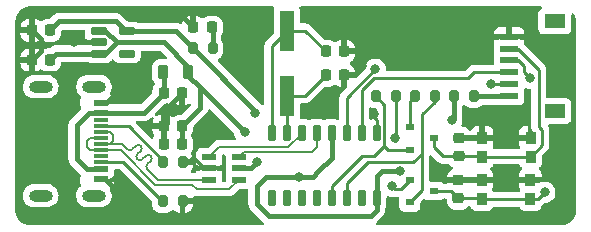
<source format=gtl>
G04 #@! TF.GenerationSoftware,KiCad,Pcbnew,7.0.2*
G04 #@! TF.CreationDate,2023-10-30T14:31:13+01:00*
G04 #@! TF.ProjectId,programmer_board,70726f67-7261-46d6-9d65-725f626f6172,rev?*
G04 #@! TF.SameCoordinates,Original*
G04 #@! TF.FileFunction,Copper,L1,Top*
G04 #@! TF.FilePolarity,Positive*
%FSLAX46Y46*%
G04 Gerber Fmt 4.6, Leading zero omitted, Abs format (unit mm)*
G04 Created by KiCad (PCBNEW 7.0.2) date 2023-10-30 14:31:13*
%MOMM*%
%LPD*%
G01*
G04 APERTURE LIST*
G04 Aperture macros list*
%AMRoundRect*
0 Rectangle with rounded corners*
0 $1 Rounding radius*
0 $2 $3 $4 $5 $6 $7 $8 $9 X,Y pos of 4 corners*
0 Add a 4 corners polygon primitive as box body*
4,1,4,$2,$3,$4,$5,$6,$7,$8,$9,$2,$3,0*
0 Add four circle primitives for the rounded corners*
1,1,$1+$1,$2,$3*
1,1,$1+$1,$4,$5*
1,1,$1+$1,$6,$7*
1,1,$1+$1,$8,$9*
0 Add four rect primitives between the rounded corners*
20,1,$1+$1,$2,$3,$4,$5,0*
20,1,$1+$1,$4,$5,$6,$7,0*
20,1,$1+$1,$6,$7,$8,$9,0*
20,1,$1+$1,$8,$9,$2,$3,0*%
G04 Aperture macros list end*
G04 #@! TA.AperFunction,SMDPad,CuDef*
%ADD10R,1.550000X0.600000*%
G04 #@! TD*
G04 #@! TA.AperFunction,SMDPad,CuDef*
%ADD11R,1.800000X1.200000*%
G04 #@! TD*
G04 #@! TA.AperFunction,SMDPad,CuDef*
%ADD12R,0.800000X0.600000*%
G04 #@! TD*
G04 #@! TA.AperFunction,SMDPad,CuDef*
%ADD13R,0.900000X1.000000*%
G04 #@! TD*
G04 #@! TA.AperFunction,SMDPad,CuDef*
%ADD14RoundRect,0.200000X-0.200000X-0.275000X0.200000X-0.275000X0.200000X0.275000X-0.200000X0.275000X0*%
G04 #@! TD*
G04 #@! TA.AperFunction,SMDPad,CuDef*
%ADD15RoundRect,0.225000X0.225000X0.250000X-0.225000X0.250000X-0.225000X-0.250000X0.225000X-0.250000X0*%
G04 #@! TD*
G04 #@! TA.AperFunction,SMDPad,CuDef*
%ADD16RoundRect,0.049600X-0.260400X0.605400X-0.260400X-0.605400X0.260400X-0.605400X0.260400X0.605400X0*%
G04 #@! TD*
G04 #@! TA.AperFunction,SMDPad,CuDef*
%ADD17RoundRect,0.060000X-0.615000X0.240000X-0.615000X-0.240000X0.615000X-0.240000X0.615000X0.240000X0*%
G04 #@! TD*
G04 #@! TA.AperFunction,SMDPad,CuDef*
%ADD18RoundRect,0.040600X-0.564400X-0.249400X0.564400X-0.249400X0.564400X0.249400X-0.564400X0.249400X0*%
G04 #@! TD*
G04 #@! TA.AperFunction,SMDPad,CuDef*
%ADD19RoundRect,0.200000X0.200000X0.275000X-0.200000X0.275000X-0.200000X-0.275000X0.200000X-0.275000X0*%
G04 #@! TD*
G04 #@! TA.AperFunction,SMDPad,CuDef*
%ADD20RoundRect,0.225000X0.250000X-0.225000X0.250000X0.225000X-0.250000X0.225000X-0.250000X-0.225000X0*%
G04 #@! TD*
G04 #@! TA.AperFunction,SMDPad,CuDef*
%ADD21RoundRect,0.225000X-0.225000X-0.250000X0.225000X-0.250000X0.225000X0.250000X-0.225000X0.250000X0*%
G04 #@! TD*
G04 #@! TA.AperFunction,SMDPad,CuDef*
%ADD22RoundRect,0.218750X-0.218750X-0.256250X0.218750X-0.256250X0.218750X0.256250X-0.218750X0.256250X0*%
G04 #@! TD*
G04 #@! TA.AperFunction,SMDPad,CuDef*
%ADD23R,1.250000X0.600000*%
G04 #@! TD*
G04 #@! TA.AperFunction,SMDPad,CuDef*
%ADD24R,1.250000X0.300000*%
G04 #@! TD*
G04 #@! TA.AperFunction,ComponentPad*
%ADD25O,2.000000X1.000000*%
G04 #@! TD*
G04 #@! TA.AperFunction,SMDPad,CuDef*
%ADD26RoundRect,0.218750X-0.218750X-0.381250X0.218750X-0.381250X0.218750X0.381250X-0.218750X0.381250X0*%
G04 #@! TD*
G04 #@! TA.AperFunction,SMDPad,CuDef*
%ADD27R,1.200000X3.500000*%
G04 #@! TD*
G04 #@! TA.AperFunction,ViaPad*
%ADD28C,0.800000*%
G04 #@! TD*
G04 #@! TA.AperFunction,Conductor*
%ADD29C,0.200000*%
G04 #@! TD*
G04 #@! TA.AperFunction,Conductor*
%ADD30C,0.400000*%
G04 #@! TD*
G04 #@! TA.AperFunction,Conductor*
%ADD31C,0.250000*%
G04 #@! TD*
G04 APERTURE END LIST*
D10*
X125254000Y-92162000D03*
X125254000Y-91162000D03*
X125254000Y-90162000D03*
X125254000Y-89162000D03*
X125254000Y-88162000D03*
X125254000Y-87162000D03*
D11*
X129129000Y-93462000D03*
X129129000Y-85862000D03*
D12*
X116846000Y-99271500D03*
X116846000Y-101171500D03*
X118866000Y-100221500D03*
D13*
X127049000Y-99314000D03*
X122949000Y-99314000D03*
X127049000Y-100914000D03*
X122949000Y-100914000D03*
D14*
X95949000Y-101092000D03*
X97599000Y-101092000D03*
D15*
X97549000Y-94742000D03*
X95999000Y-94742000D03*
D14*
X98489000Y-88138000D03*
X100139000Y-88138000D03*
X95949000Y-97790000D03*
X97599000Y-97790000D03*
D16*
X114046000Y-95294000D03*
X112776000Y-95294000D03*
X111506000Y-95294000D03*
X110236000Y-95294000D03*
X108966000Y-95294000D03*
X107696000Y-95294000D03*
X106426000Y-95294000D03*
X105156000Y-95294000D03*
X105156000Y-100794000D03*
X106426000Y-100794000D03*
X107696000Y-100794000D03*
X108966000Y-100794000D03*
X110236000Y-100794000D03*
X111506000Y-100794000D03*
X112776000Y-100794000D03*
X114046000Y-100794000D03*
D15*
X86373000Y-89124000D03*
X84823000Y-89124000D03*
D17*
X90509000Y-86680000D03*
X90509000Y-87630000D03*
X90509000Y-88580000D03*
X92879000Y-88580000D03*
X92879000Y-86680000D03*
D18*
X99837000Y-97348000D03*
X99837000Y-98298000D03*
X99837000Y-99248000D03*
X102347000Y-99248000D03*
X102347000Y-98298000D03*
X102347000Y-97348000D03*
D14*
X113983000Y-92202000D03*
X115633000Y-92202000D03*
D13*
X127063500Y-95720000D03*
X122963500Y-95720000D03*
X127063500Y-97320000D03*
X122963500Y-97320000D03*
D19*
X118935000Y-92202000D03*
X117285000Y-92202000D03*
D20*
X120967500Y-97270000D03*
X120967500Y-95720000D03*
X120949500Y-100851000D03*
X120949500Y-99301000D03*
D21*
X95999000Y-91948000D03*
X97549000Y-91948000D03*
D15*
X86373000Y-86614000D03*
X84823000Y-86614000D03*
D12*
X116846000Y-94808000D03*
X116846000Y-96708000D03*
X118866000Y-95758000D03*
D14*
X120587000Y-92202000D03*
X122237000Y-92202000D03*
D15*
X111265000Y-90424000D03*
X109715000Y-90424000D03*
D22*
X98501000Y-86360000D03*
X100076000Y-86360000D03*
D15*
X97549000Y-96266000D03*
X95999000Y-96266000D03*
D23*
X90673000Y-92796500D03*
X90673000Y-93596500D03*
D24*
X90673000Y-94746500D03*
X90673000Y-95746500D03*
X90673000Y-96246500D03*
X90673000Y-97246500D03*
D23*
X90673000Y-99196500D03*
X90673000Y-98396500D03*
D24*
X90673000Y-97746500D03*
X90673000Y-96746500D03*
X90673000Y-95246500D03*
X90673000Y-94246500D03*
D25*
X85598000Y-91386500D03*
X85598000Y-100606500D03*
X90098000Y-91386500D03*
X90098000Y-100606500D03*
D26*
X95965500Y-90170000D03*
X98090500Y-90170000D03*
D15*
X111265000Y-88392000D03*
X109715000Y-88392000D03*
D27*
X106426000Y-86658000D03*
X106426000Y-92158000D03*
D28*
X116050656Y-98520829D03*
X107492800Y-99009200D03*
X120396000Y-94234000D03*
X103759000Y-93599000D03*
X99060000Y-96012000D03*
X92456000Y-91440000D03*
X96774000Y-85598000D03*
X123698000Y-93980000D03*
X112776000Y-89662000D03*
X100838000Y-101092000D03*
X88392000Y-87630000D03*
X113792000Y-93726000D03*
X122682000Y-93980000D03*
X112776000Y-88392000D03*
X92456000Y-100584000D03*
X96266000Y-93218000D03*
X85598000Y-87884000D03*
X122428000Y-87122000D03*
X103886000Y-97790000D03*
X102870000Y-95250000D03*
X128270000Y-100330000D03*
X127000000Y-90678000D03*
X113919000Y-89916000D03*
X123698000Y-91186000D03*
X115570000Y-95758000D03*
X115316000Y-99822000D03*
D29*
X101519000Y-100076000D02*
X102347000Y-99248000D01*
X98411900Y-99681900D02*
X98806000Y-100076000D01*
X95299700Y-99681900D02*
X98411900Y-99681900D01*
X92364300Y-96746500D02*
X95299700Y-99681900D01*
X90673000Y-96746500D02*
X92364300Y-96746500D01*
X98806000Y-100076000D02*
X101519000Y-100076000D01*
D30*
X113538000Y-102362000D02*
X104902000Y-102362000D01*
X110236000Y-97409000D02*
X110236000Y-95294000D01*
X91948000Y-85852000D02*
X87135000Y-85852000D01*
X103759000Y-93599000D02*
X103759000Y-93408000D01*
X109093000Y-98552000D02*
X110236000Y-97409000D01*
X114458171Y-98520829D02*
X114046000Y-98933000D01*
X92879000Y-86680000D02*
X97031000Y-86680000D01*
X103759000Y-93408000D02*
X98489000Y-88138000D01*
X107480000Y-99022000D02*
X107492800Y-99009200D01*
X104902000Y-102362000D02*
X103886000Y-101346000D01*
X103886000Y-99822000D02*
X104686000Y-99022000D01*
X108623000Y-99022000D02*
X109093000Y-98552000D01*
X107492800Y-99009200D02*
X107505600Y-99022000D01*
X120587000Y-92202000D02*
X120587000Y-93916000D01*
X120587000Y-93916000D02*
X120396000Y-94107000D01*
X114046000Y-101854000D02*
X113538000Y-102362000D01*
X97031000Y-86680000D02*
X98489000Y-88138000D01*
X104686000Y-99022000D02*
X107480000Y-99022000D01*
X114046000Y-98933000D02*
X114046000Y-100794000D01*
X87135000Y-85852000D02*
X86373000Y-86614000D01*
X107505600Y-99022000D02*
X108623000Y-99022000D01*
X120396000Y-94107000D02*
X120396000Y-94234000D01*
X92776000Y-86680000D02*
X91948000Y-85852000D01*
X103886000Y-101346000D02*
X103886000Y-99822000D01*
X120396000Y-94234000D02*
X120269000Y-94234000D01*
X114046000Y-100794000D02*
X114046000Y-101854000D01*
X116050656Y-98520829D02*
X114458171Y-98520829D01*
X92879000Y-86680000D02*
X92776000Y-86680000D01*
X120269000Y-94234000D02*
X120396000Y-94107000D01*
X85598000Y-87884000D02*
X85598000Y-88349000D01*
X90509000Y-87630000D02*
X88392000Y-87630000D01*
D31*
X111265000Y-88392000D02*
X112776000Y-88392000D01*
D30*
X85598000Y-87884000D02*
X85598000Y-87389000D01*
X96279000Y-93218000D02*
X97549000Y-91948000D01*
D31*
X112776000Y-89662000D02*
X112522000Y-89916000D01*
X97599000Y-101092000D02*
X100838000Y-101092000D01*
X113792000Y-93980000D02*
X114046000Y-94234000D01*
D30*
X95999000Y-96266000D02*
X95999000Y-94742000D01*
X96266000Y-94475000D02*
X95999000Y-94742000D01*
X91068500Y-99196500D02*
X92456000Y-100584000D01*
D31*
X98044000Y-97790000D02*
X98552000Y-97282000D01*
X120967500Y-95720000D02*
X122963500Y-95720000D01*
D30*
X88392000Y-87630000D02*
X88519000Y-87630000D01*
D31*
X113792000Y-93726000D02*
X113792000Y-93980000D01*
D30*
X122428000Y-87122000D02*
X125214000Y-87122000D01*
D31*
X122963500Y-95720000D02*
X127063500Y-95720000D01*
D30*
X96774000Y-85598000D02*
X97739000Y-85598000D01*
X96266000Y-93218000D02*
X96279000Y-93218000D01*
D31*
X114046000Y-94234000D02*
X114046000Y-95294000D01*
D30*
X90673000Y-99196500D02*
X91068500Y-99196500D01*
D31*
X99456164Y-98298000D02*
X98552000Y-97393836D01*
X122949000Y-99314000D02*
X127049000Y-99314000D01*
X111265000Y-90424000D02*
X112014000Y-90424000D01*
X112014000Y-90424000D02*
X112776000Y-89662000D01*
X98552000Y-97393836D02*
X98552000Y-97282000D01*
D30*
X90673000Y-92796500D02*
X91099500Y-92796500D01*
D31*
X98552000Y-96520000D02*
X99060000Y-96012000D01*
D30*
X125214000Y-87122000D02*
X125254000Y-87162000D01*
D31*
X98552000Y-97282000D02*
X98552000Y-96520000D01*
D30*
X97739000Y-85598000D02*
X98501000Y-86360000D01*
X96266000Y-93218000D02*
X96266000Y-94475000D01*
X85598000Y-88349000D02*
X84823000Y-89124000D01*
X85598000Y-87389000D02*
X84823000Y-86614000D01*
D31*
X112776000Y-88392000D02*
X112522000Y-88392000D01*
X122936000Y-99301000D02*
X122949000Y-99314000D01*
X97599000Y-97790000D02*
X98044000Y-97790000D01*
D30*
X91099500Y-92796500D02*
X92456000Y-91440000D01*
D31*
X120949500Y-99301000D02*
X122936000Y-99301000D01*
X99837000Y-98298000D02*
X99456164Y-98298000D01*
D30*
X99060000Y-91440000D02*
X102870000Y-95250000D01*
X98090500Y-89708500D02*
X96012000Y-87630000D01*
X92014538Y-87630000D02*
X91064538Y-88580000D01*
X98090500Y-90170000D02*
X98090500Y-89708500D01*
X97549000Y-94742000D02*
X97549000Y-96266000D01*
X86917000Y-88580000D02*
X86373000Y-89124000D01*
X90509000Y-88580000D02*
X86917000Y-88580000D01*
X103378000Y-98298000D02*
X103886000Y-97790000D01*
X91064538Y-86680000D02*
X90509000Y-86680000D01*
X98090500Y-90170000D02*
X98090500Y-90470500D01*
X98090500Y-90470500D02*
X99060000Y-91440000D01*
X92014538Y-87630000D02*
X91064538Y-86680000D01*
X96012000Y-87630000D02*
X92014538Y-87630000D01*
X99060000Y-91440000D02*
X99060000Y-93231000D01*
X102347000Y-98298000D02*
X103378000Y-98298000D01*
X91064538Y-88580000D02*
X90509000Y-88580000D01*
X99060000Y-93231000D02*
X97549000Y-94742000D01*
D31*
X107981000Y-86658000D02*
X109715000Y-88392000D01*
X106426000Y-86658000D02*
X107981000Y-86658000D01*
X105156000Y-95294000D02*
X105156000Y-87928000D01*
X105156000Y-87928000D02*
X106426000Y-86658000D01*
X106426000Y-95294000D02*
X106426000Y-92158000D01*
X106426000Y-92158000D02*
X107981000Y-92158000D01*
X107981000Y-92158000D02*
X109715000Y-90424000D01*
D30*
X89506500Y-98396500D02*
X88646000Y-97536000D01*
X94350500Y-93596500D02*
X95999000Y-91948000D01*
X89648000Y-93596500D02*
X90673000Y-93596500D01*
X90673000Y-98396500D02*
X89506500Y-98396500D01*
X90673000Y-93596500D02*
X94350500Y-93596500D01*
X95999000Y-90203500D02*
X95965500Y-90170000D01*
X88646000Y-97536000D02*
X88646000Y-94598500D01*
X95999000Y-91948000D02*
X95999000Y-90203500D01*
X88646000Y-94598500D02*
X89648000Y-93596500D01*
D31*
X127762000Y-89945000D02*
X125979000Y-88162000D01*
X122913500Y-97270000D02*
X122963500Y-97320000D01*
X120967500Y-97270000D02*
X122913500Y-97270000D01*
X120955500Y-97282000D02*
X120967500Y-97270000D01*
X119634000Y-97282000D02*
X120955500Y-97282000D01*
X118866000Y-95758000D02*
X118866000Y-96514000D01*
X118866000Y-96514000D02*
X119634000Y-97282000D01*
X127762000Y-94818500D02*
X127762000Y-89945000D01*
X125979000Y-88162000D02*
X125254000Y-88162000D01*
X128016000Y-96367500D02*
X128016000Y-95072500D01*
X127063500Y-97320000D02*
X122963500Y-97320000D01*
X127063500Y-97320000D02*
X128016000Y-96367500D01*
X128016000Y-95072500D02*
X127762000Y-94818500D01*
X127049000Y-100914000D02*
X122949000Y-100914000D01*
X126492000Y-89662000D02*
X125992000Y-89162000D01*
X122886000Y-100851000D02*
X122949000Y-100914000D01*
X127049000Y-100914000D02*
X127686000Y-100914000D01*
X118866000Y-100221500D02*
X120320000Y-100221500D01*
X127686000Y-100914000D02*
X128270000Y-100330000D01*
X127000000Y-90678000D02*
X126492000Y-90170000D01*
X126492000Y-90170000D02*
X126492000Y-89662000D01*
X120320000Y-100221500D02*
X120949500Y-100851000D01*
X120949500Y-100851000D02*
X122886000Y-100851000D01*
X125992000Y-89162000D02*
X125254000Y-89162000D01*
D30*
X100139000Y-88138000D02*
X100139000Y-86423000D01*
X100139000Y-86423000D02*
X100076000Y-86360000D01*
X122237000Y-92202000D02*
X125214000Y-92202000D01*
X125214000Y-92202000D02*
X125254000Y-92162000D01*
D31*
X123698000Y-91186000D02*
X123698000Y-91059000D01*
X123825000Y-91186000D02*
X123698000Y-91186000D01*
X123698000Y-91059000D02*
X123698000Y-91059000D01*
X111506000Y-92329000D02*
X113919000Y-89916000D01*
X123801000Y-91162000D02*
X123825000Y-91186000D01*
X125254000Y-91162000D02*
X123801000Y-91162000D01*
X111506000Y-95419564D02*
X111506000Y-95294000D01*
X111506000Y-95294000D02*
X111506000Y-92329000D01*
X121793000Y-90678000D02*
X122309000Y-90162000D01*
X113793396Y-90678000D02*
X121793000Y-90678000D01*
X112776000Y-95294000D02*
X112776000Y-91695396D01*
X112776000Y-91695396D02*
X113793396Y-90678000D01*
X122309000Y-90162000D02*
X125254000Y-90162000D01*
X112776000Y-95294000D02*
X112776000Y-95758000D01*
X92539500Y-97746500D02*
X95885000Y-101092000D01*
X90673000Y-97746500D02*
X92539500Y-97746500D01*
X95885000Y-101092000D02*
X95949000Y-101092000D01*
X93028762Y-94746500D02*
X90673000Y-94746500D01*
X95949000Y-97790000D02*
X95949000Y-97666738D01*
X95949000Y-97666738D02*
X93028762Y-94746500D01*
X115570000Y-96012000D02*
X115633000Y-95949000D01*
X115570000Y-95758000D02*
X115633000Y-95821000D01*
X115316000Y-99822000D02*
X115570000Y-100076000D01*
X115570000Y-100076000D02*
X116078000Y-100076000D01*
X115633000Y-95695000D02*
X115570000Y-95758000D01*
X116078000Y-100076000D02*
X116078000Y-100039500D01*
X115633000Y-92202000D02*
X115633000Y-95695000D01*
X115633000Y-95821000D02*
X115633000Y-95949000D01*
X116078000Y-100039500D02*
X116846000Y-99271500D01*
X111506000Y-99568000D02*
X111506000Y-100794000D01*
X113284000Y-97790000D02*
X111506000Y-99568000D01*
X117856000Y-93726000D02*
X117856000Y-97048000D01*
X116846000Y-101171500D02*
X117856000Y-100161500D01*
X118935000Y-92647000D02*
X117856000Y-93726000D01*
X117856000Y-97048000D02*
X117114000Y-97790000D01*
X117114000Y-97790000D02*
X113284000Y-97790000D01*
X117856000Y-100161500D02*
X117856000Y-97048000D01*
X118935000Y-92202000D02*
X118935000Y-92647000D01*
X117285000Y-92202000D02*
X116846000Y-92641000D01*
X116846000Y-92641000D02*
X116846000Y-94808000D01*
X114996000Y-96708000D02*
X116846000Y-96708000D01*
X114681000Y-92900000D02*
X113983000Y-92202000D01*
X114681000Y-96393000D02*
X114681000Y-92900000D01*
X113792000Y-97282000D02*
X114681000Y-96393000D01*
X112776000Y-97282000D02*
X113792000Y-97282000D01*
X110236000Y-100794000D02*
X110236000Y-99822000D01*
X110236000Y-99822000D02*
X112776000Y-97282000D01*
X114681000Y-96393000D02*
X114996000Y-96708000D01*
D29*
X89800500Y-95746500D02*
X90673000Y-95746500D01*
X89798000Y-96746500D02*
X89535000Y-96483500D01*
X102775000Y-96920000D02*
X108566000Y-96920000D01*
X89535000Y-96012000D02*
X89800500Y-95746500D01*
X108966000Y-96520000D02*
X108966000Y-95294000D01*
X102413000Y-97282000D02*
X102347000Y-97348000D01*
X90673000Y-96746500D02*
X89798000Y-96746500D01*
X102347000Y-97348000D02*
X102775000Y-96920000D01*
X89535000Y-96483500D02*
X89535000Y-96012000D01*
X108566000Y-96920000D02*
X108966000Y-96520000D01*
X91694000Y-96012000D02*
X91694000Y-95504000D01*
X99837000Y-97348000D02*
X100665000Y-96520000D01*
X99837000Y-99248000D02*
X99803100Y-99281900D01*
X99803100Y-99281900D02*
X95536100Y-99281900D01*
X91694000Y-95504000D02*
X91436500Y-95246500D01*
X92487300Y-96246500D02*
X90673000Y-96246500D01*
X93639707Y-96395558D02*
X93356865Y-96678399D01*
X92919200Y-96678400D02*
X92487300Y-96246500D01*
X94063971Y-96819822D02*
X94063970Y-96819823D01*
X94488235Y-97244086D02*
X94205393Y-97526927D01*
X106560209Y-96520000D02*
X107696000Y-95384209D01*
X93781128Y-97526928D02*
X93781127Y-97526927D01*
X91436500Y-95246500D02*
X90673000Y-95246500D01*
X91459500Y-96246500D02*
X91694000Y-96012000D01*
X107696000Y-95384209D02*
X107696000Y-95294000D01*
X100665000Y-96520000D02*
X106560209Y-96520000D01*
X94912499Y-97668350D02*
X94912498Y-97668351D01*
X94629655Y-97951191D02*
X94912499Y-97668350D01*
X90673000Y-96246500D02*
X91459500Y-96246500D01*
X95536100Y-99281900D02*
X94629655Y-98375455D01*
X93781127Y-97102663D02*
X94063971Y-96819822D01*
X99742000Y-99343000D02*
X99837000Y-99248000D01*
X92932600Y-96678400D02*
X92919200Y-96678400D01*
X93781169Y-97526887D02*
G75*
G03*
X94205392Y-97526926I212131J212087D01*
G01*
X94629632Y-97951168D02*
G75*
G03*
X94629655Y-98375455I212168J-212132D01*
G01*
X93781132Y-97102668D02*
G75*
G03*
X93781127Y-97526927I212168J-212132D01*
G01*
X94063980Y-96819833D02*
G75*
G03*
X94063971Y-96395558I-212180J212133D01*
G01*
X92932569Y-96678431D02*
G75*
G03*
X93356864Y-96678398I212131J212131D01*
G01*
X94063970Y-96395559D02*
G75*
G03*
X93639708Y-96395559I-212131J-212131D01*
G01*
X94912479Y-97668332D02*
G75*
G03*
X94912498Y-97244087I-212079J212132D01*
G01*
X94912498Y-97244087D02*
G75*
G03*
X94488236Y-97244087I-212131J-212131D01*
G01*
G04 #@! TA.AperFunction,Conductor*
G36*
X105301670Y-84602185D02*
G01*
X105347425Y-84654989D01*
X105357369Y-84724147D01*
X105350814Y-84749829D01*
X105346461Y-84761501D01*
X105331910Y-84800515D01*
X105331909Y-84800517D01*
X105325500Y-84860127D01*
X105325500Y-84863430D01*
X105325499Y-84863449D01*
X105325500Y-86822546D01*
X105305815Y-86889585D01*
X105289181Y-86910227D01*
X104772208Y-87427199D01*
X104756110Y-87440096D01*
X104708096Y-87491225D01*
X104705392Y-87494016D01*
X104688628Y-87510780D01*
X104688621Y-87510787D01*
X104685880Y-87513529D01*
X104683499Y-87516597D01*
X104683490Y-87516608D01*
X104683411Y-87516711D01*
X104675842Y-87525572D01*
X104645935Y-87557420D01*
X104636285Y-87574974D01*
X104625609Y-87591228D01*
X104613326Y-87607063D01*
X104595975Y-87647158D01*
X104590838Y-87657644D01*
X104569802Y-87695907D01*
X104564821Y-87715309D01*
X104558520Y-87733711D01*
X104550561Y-87752102D01*
X104543728Y-87795242D01*
X104541360Y-87806674D01*
X104530499Y-87848977D01*
X104530500Y-87869016D01*
X104528973Y-87888414D01*
X104525840Y-87908194D01*
X104529950Y-87951673D01*
X104530500Y-87963343D01*
X104530500Y-92803084D01*
X104510815Y-92870123D01*
X104458011Y-92915878D01*
X104388853Y-92925822D01*
X104333615Y-92903403D01*
X104273436Y-92859681D01*
X104211730Y-92814849D01*
X104172028Y-92797172D01*
X104133177Y-92779874D01*
X104095932Y-92754276D01*
X100596884Y-89255227D01*
X100563399Y-89193904D01*
X100568383Y-89124212D01*
X100610255Y-89068279D01*
X100620415Y-89061429D01*
X100628603Y-89056478D01*
X100628606Y-89056478D01*
X100774185Y-88968472D01*
X100894472Y-88848185D01*
X100982478Y-88702606D01*
X101033086Y-88540196D01*
X101039500Y-88469616D01*
X101039500Y-87806384D01*
X101033086Y-87735804D01*
X100982478Y-87573394D01*
X100894472Y-87427815D01*
X100875816Y-87409159D01*
X100842333Y-87347836D01*
X100839500Y-87321480D01*
X100839500Y-87138302D01*
X100857962Y-87073205D01*
X100951048Y-86922289D01*
X100953306Y-86915477D01*
X101003936Y-86762685D01*
X101014000Y-86664174D01*
X101014000Y-86055826D01*
X101013667Y-86052562D01*
X101003936Y-85957314D01*
X100969005Y-85851900D01*
X100951049Y-85797713D01*
X100862781Y-85654609D01*
X100862780Y-85654608D01*
X100862779Y-85654606D01*
X100743893Y-85535720D01*
X100603574Y-85449170D01*
X100600787Y-85447451D01*
X100600786Y-85447450D01*
X100600785Y-85447450D01*
X100441185Y-85394563D01*
X100345806Y-85384819D01*
X100345787Y-85384818D01*
X100342674Y-85384500D01*
X99809326Y-85384500D01*
X99806213Y-85384817D01*
X99806193Y-85384819D01*
X99710814Y-85394563D01*
X99551214Y-85447450D01*
X99408105Y-85535721D01*
X99375826Y-85568000D01*
X99314503Y-85601485D01*
X99244811Y-85596499D01*
X99200464Y-85567998D01*
X99168581Y-85536114D01*
X99025573Y-85447906D01*
X98866083Y-85395056D01*
X98770775Y-85385319D01*
X98764496Y-85385000D01*
X98751000Y-85385000D01*
X98751000Y-86486000D01*
X98731315Y-86553039D01*
X98678511Y-86598794D01*
X98627000Y-86610000D01*
X98375000Y-86610000D01*
X98307961Y-86590315D01*
X98262206Y-86537511D01*
X98251000Y-86486000D01*
X98251000Y-85385000D01*
X98237509Y-85385000D01*
X98231222Y-85385321D01*
X98135917Y-85395056D01*
X97976426Y-85447906D01*
X97833418Y-85536114D01*
X97714614Y-85654918D01*
X97626406Y-85797926D01*
X97573556Y-85957416D01*
X97571633Y-85976246D01*
X97545236Y-86040938D01*
X97488055Y-86081089D01*
X97418244Y-86083952D01*
X97397386Y-86076720D01*
X97386818Y-86071964D01*
X97367273Y-86060941D01*
X97358930Y-86055182D01*
X97358927Y-86055181D01*
X97358926Y-86055180D01*
X97302701Y-86033856D01*
X97295783Y-86030991D01*
X97240929Y-86006303D01*
X97230952Y-86004475D01*
X97209339Y-85998450D01*
X97199873Y-85994860D01*
X97140172Y-85987610D01*
X97132771Y-85986483D01*
X97073607Y-85975641D01*
X97013566Y-85979274D01*
X97006079Y-85979500D01*
X93856680Y-85979500D01*
X93789641Y-85959815D01*
X93781193Y-85953875D01*
X93776669Y-85950404D01*
X93776668Y-85950403D01*
X93640320Y-85893926D01*
X93584003Y-85886512D01*
X93534761Y-85880029D01*
X93534757Y-85880028D01*
X93530741Y-85879500D01*
X93526688Y-85879500D01*
X93017519Y-85879500D01*
X92950480Y-85859815D01*
X92929838Y-85843181D01*
X92460940Y-85374283D01*
X92455822Y-85368847D01*
X92415929Y-85323817D01*
X92366432Y-85289651D01*
X92360405Y-85285216D01*
X92313054Y-85248120D01*
X92303813Y-85243961D01*
X92284273Y-85232941D01*
X92275930Y-85227182D01*
X92275927Y-85227181D01*
X92275926Y-85227180D01*
X92219701Y-85205856D01*
X92212783Y-85202991D01*
X92157929Y-85178303D01*
X92147952Y-85176475D01*
X92126339Y-85170450D01*
X92116873Y-85166860D01*
X92057172Y-85159610D01*
X92049771Y-85158483D01*
X91990607Y-85147641D01*
X91930566Y-85151274D01*
X91923079Y-85151500D01*
X87159921Y-85151500D01*
X87152434Y-85151274D01*
X87092391Y-85147641D01*
X87033227Y-85158483D01*
X87025828Y-85159610D01*
X86966124Y-85166860D01*
X86956651Y-85170453D01*
X86935047Y-85176476D01*
X86925069Y-85178305D01*
X86870225Y-85202987D01*
X86863310Y-85205851D01*
X86807070Y-85227181D01*
X86798723Y-85232943D01*
X86779187Y-85243961D01*
X86769944Y-85248121D01*
X86722608Y-85285205D01*
X86716582Y-85289639D01*
X86667072Y-85323816D01*
X86627184Y-85368838D01*
X86622052Y-85374289D01*
X86394160Y-85602181D01*
X86332837Y-85635666D01*
X86306480Y-85638500D01*
X86102805Y-85638500D01*
X86102785Y-85638500D01*
X86099656Y-85638501D01*
X86096524Y-85638820D01*
X86096522Y-85638821D01*
X86000292Y-85648650D01*
X85839300Y-85701997D01*
X85694954Y-85791031D01*
X85685325Y-85800661D01*
X85624001Y-85834145D01*
X85554310Y-85829159D01*
X85509965Y-85800659D01*
X85500732Y-85791426D01*
X85356486Y-85702453D01*
X85195606Y-85649143D01*
X85099445Y-85639319D01*
X85093168Y-85639000D01*
X85073000Y-85639000D01*
X85073000Y-87588999D01*
X85093165Y-87588999D01*
X85099447Y-87588678D01*
X85195605Y-87578856D01*
X85356484Y-87525546D01*
X85500732Y-87436572D01*
X85509963Y-87427341D01*
X85571285Y-87393854D01*
X85640977Y-87398837D01*
X85685329Y-87427341D01*
X85694957Y-87436969D01*
X85839300Y-87526002D01*
X86000292Y-87579349D01*
X86096522Y-87589180D01*
X86096523Y-87589180D01*
X86099655Y-87589500D01*
X86646344Y-87589499D01*
X86745708Y-87579349D01*
X86906697Y-87526003D01*
X86926921Y-87513529D01*
X87051044Y-87436968D01*
X87170968Y-87317044D01*
X87260002Y-87172699D01*
X87261257Y-87168914D01*
X87313349Y-87011708D01*
X87323500Y-86912345D01*
X87323499Y-86705520D01*
X87343183Y-86638481D01*
X87359819Y-86617837D01*
X87388840Y-86588817D01*
X87450164Y-86555333D01*
X87476520Y-86552500D01*
X89209500Y-86552500D01*
X89276539Y-86572185D01*
X89322294Y-86624989D01*
X89333500Y-86676500D01*
X89333500Y-86952685D01*
X89333500Y-86952700D01*
X89333501Y-86956740D01*
X89334029Y-86960753D01*
X89334030Y-86960764D01*
X89347925Y-87066319D01*
X89365497Y-87108742D01*
X89372966Y-87178211D01*
X89366291Y-87201683D01*
X89344807Y-87256162D01*
X89334440Y-87342493D01*
X89334000Y-87349857D01*
X89334000Y-87380000D01*
X89530668Y-87380000D01*
X89597707Y-87399685D01*
X89606154Y-87405624D01*
X89608599Y-87407500D01*
X89611331Y-87409596D01*
X89747680Y-87466074D01*
X89857259Y-87480500D01*
X90635000Y-87480499D01*
X90702039Y-87500183D01*
X90747794Y-87552987D01*
X90759000Y-87604499D01*
X90759000Y-87655500D01*
X90739315Y-87722539D01*
X90686511Y-87768294D01*
X90635000Y-87779500D01*
X89861314Y-87779500D01*
X89861298Y-87779500D01*
X89857260Y-87779501D01*
X89853247Y-87780029D01*
X89853235Y-87780030D01*
X89747681Y-87793925D01*
X89611330Y-87850404D01*
X89606807Y-87853875D01*
X89541638Y-87879070D01*
X89531320Y-87879500D01*
X86941910Y-87879500D01*
X86934423Y-87879274D01*
X86874391Y-87875642D01*
X86815242Y-87886481D01*
X86807843Y-87887608D01*
X86748122Y-87894860D01*
X86738641Y-87898456D01*
X86717036Y-87904479D01*
X86707067Y-87906306D01*
X86652228Y-87930986D01*
X86645313Y-87933850D01*
X86589067Y-87955182D01*
X86580720Y-87960943D01*
X86561192Y-87971957D01*
X86551948Y-87976118D01*
X86504597Y-88013214D01*
X86498568Y-88017649D01*
X86449070Y-88051816D01*
X86409183Y-88096838D01*
X86404051Y-88102290D01*
X86394160Y-88112181D01*
X86332837Y-88145666D01*
X86306480Y-88148500D01*
X86102805Y-88148500D01*
X86102785Y-88148500D01*
X86099656Y-88148501D01*
X86096524Y-88148820D01*
X86096522Y-88148821D01*
X86000292Y-88158650D01*
X85839300Y-88211997D01*
X85694954Y-88301031D01*
X85685325Y-88310661D01*
X85624001Y-88344145D01*
X85554310Y-88339159D01*
X85509965Y-88310659D01*
X85500732Y-88301426D01*
X85356486Y-88212453D01*
X85195606Y-88159143D01*
X85099445Y-88149319D01*
X85093168Y-88149000D01*
X85073000Y-88149000D01*
X85073000Y-90098999D01*
X85093165Y-90098999D01*
X85099447Y-90098678D01*
X85195605Y-90088856D01*
X85356484Y-90035546D01*
X85500732Y-89946572D01*
X85509963Y-89937341D01*
X85571285Y-89903854D01*
X85640977Y-89908837D01*
X85685329Y-89937341D01*
X85694957Y-89946969D01*
X85839300Y-90036002D01*
X86000292Y-90089349D01*
X86096522Y-90099180D01*
X86096523Y-90099180D01*
X86099655Y-90099500D01*
X86646344Y-90099499D01*
X86745708Y-90089349D01*
X86906697Y-90036003D01*
X86920089Y-90027743D01*
X87051044Y-89946968D01*
X87170968Y-89827044D01*
X87260002Y-89682699D01*
X87264553Y-89668967D01*
X87313349Y-89521708D01*
X87323500Y-89422345D01*
X87323500Y-89404500D01*
X87343185Y-89337461D01*
X87395989Y-89291706D01*
X87447500Y-89280500D01*
X89531320Y-89280500D01*
X89598359Y-89300185D01*
X89606807Y-89306125D01*
X89611331Y-89309596D01*
X89747680Y-89366074D01*
X89857259Y-89380500D01*
X91160740Y-89380499D01*
X91270320Y-89366074D01*
X91406669Y-89309596D01*
X91523754Y-89219754D01*
X91527729Y-89214574D01*
X91595624Y-89126091D01*
X91652052Y-89084888D01*
X91721798Y-89080733D01*
X91782718Y-89114945D01*
X91792376Y-89126091D01*
X91864245Y-89219754D01*
X91943412Y-89280500D01*
X91981331Y-89309596D01*
X92117680Y-89366074D01*
X92227259Y-89380500D01*
X93530740Y-89380499D01*
X93640320Y-89366074D01*
X93776669Y-89309596D01*
X93893754Y-89219754D01*
X93983596Y-89102669D01*
X94040074Y-88966320D01*
X94054500Y-88856741D01*
X94054499Y-88454499D01*
X94074183Y-88387461D01*
X94126987Y-88341706D01*
X94178499Y-88330500D01*
X95670481Y-88330500D01*
X95737520Y-88350185D01*
X95758162Y-88366819D01*
X96249162Y-88857819D01*
X96282647Y-88919142D01*
X96277663Y-88988834D01*
X96235791Y-89044767D01*
X96170327Y-89069184D01*
X96161481Y-89069500D01*
X95698826Y-89069500D01*
X95695713Y-89069817D01*
X95695693Y-89069819D01*
X95600314Y-89079563D01*
X95440714Y-89132450D01*
X95297606Y-89220720D01*
X95178720Y-89339606D01*
X95090450Y-89482714D01*
X95037563Y-89642314D01*
X95027819Y-89737693D01*
X95027817Y-89737713D01*
X95027500Y-89740826D01*
X95027500Y-90599174D01*
X95027818Y-90602287D01*
X95027819Y-90602306D01*
X95037563Y-90697685D01*
X95090450Y-90857285D01*
X95178720Y-91000393D01*
X95224475Y-91046148D01*
X95257960Y-91107471D01*
X95252976Y-91177163D01*
X95224478Y-91221508D01*
X95201030Y-91244956D01*
X95111997Y-91389300D01*
X95058650Y-91550292D01*
X95048819Y-91646522D01*
X95048817Y-91646542D01*
X95048500Y-91649655D01*
X95048500Y-91652803D01*
X95048500Y-91856480D01*
X95028815Y-91923519D01*
X95012181Y-91944161D01*
X94096662Y-92859681D01*
X94035339Y-92893166D01*
X94008981Y-92896000D01*
X91639439Y-92896000D01*
X91572400Y-92876315D01*
X91565129Y-92871268D01*
X91540331Y-92852704D01*
X91405483Y-92802409D01*
X91345873Y-92796000D01*
X91342551Y-92796000D01*
X90547000Y-92796000D01*
X90479961Y-92776315D01*
X90434206Y-92723511D01*
X90423000Y-92672000D01*
X90423000Y-92670500D01*
X90442685Y-92603461D01*
X90495489Y-92557706D01*
X90547000Y-92546500D01*
X91798000Y-92546500D01*
X91798000Y-92451981D01*
X91797645Y-92445367D01*
X91791599Y-92389128D01*
X91741352Y-92254410D01*
X91655188Y-92139311D01*
X91540085Y-92053145D01*
X91537600Y-92052218D01*
X91481668Y-92010344D01*
X91457254Y-91944879D01*
X91469610Y-91881431D01*
X91541060Y-91735771D01*
X91592063Y-91538785D01*
X91602369Y-91335564D01*
X91602366Y-91335546D01*
X91571556Y-91134428D01*
X91500886Y-90943613D01*
X91393254Y-90770931D01*
X91347069Y-90722345D01*
X91253059Y-90623447D01*
X91086049Y-90507205D01*
X90899058Y-90426960D01*
X90699741Y-90386000D01*
X89547258Y-90386000D01*
X89544147Y-90386316D01*
X89544134Y-90386317D01*
X89395559Y-90401426D01*
X89201412Y-90462341D01*
X89023500Y-90561089D01*
X88869104Y-90693635D01*
X88744551Y-90854542D01*
X88654940Y-91037227D01*
X88629773Y-91134429D01*
X88603937Y-91234215D01*
X88603414Y-91244522D01*
X88593630Y-91437437D01*
X88624443Y-91638571D01*
X88695113Y-91829386D01*
X88802747Y-92002071D01*
X88942940Y-92149552D01*
X88961345Y-92162363D01*
X89005123Y-92216817D01*
X89012511Y-92286295D01*
X88986055Y-92343173D01*
X88984401Y-92345171D01*
X88914421Y-92493887D01*
X88883623Y-92655333D01*
X88893943Y-92819358D01*
X88910438Y-92870123D01*
X88944732Y-92975671D01*
X88978059Y-93028185D01*
X89020955Y-93095779D01*
X89040256Y-93162930D01*
X89020189Y-93229855D01*
X89003939Y-93249902D01*
X88168290Y-94085551D01*
X88162838Y-94090683D01*
X88117816Y-94130570D01*
X88083649Y-94180068D01*
X88079213Y-94186097D01*
X88042121Y-94233442D01*
X88037961Y-94242686D01*
X88026941Y-94262225D01*
X88021182Y-94270569D01*
X87999853Y-94326805D01*
X87996989Y-94333719D01*
X87972303Y-94388570D01*
X87970475Y-94398547D01*
X87964454Y-94420148D01*
X87960859Y-94429628D01*
X87953609Y-94489327D01*
X87952483Y-94496726D01*
X87941641Y-94555890D01*
X87945274Y-94615933D01*
X87945500Y-94623420D01*
X87945500Y-97511075D01*
X87945274Y-97518562D01*
X87941641Y-97578607D01*
X87952483Y-97637771D01*
X87953610Y-97645172D01*
X87960860Y-97704873D01*
X87964450Y-97714339D01*
X87970475Y-97735952D01*
X87972303Y-97745929D01*
X87996991Y-97800783D01*
X87999856Y-97807701D01*
X88021180Y-97863926D01*
X88021182Y-97863930D01*
X88026941Y-97872273D01*
X88037961Y-97891813D01*
X88042120Y-97901054D01*
X88042121Y-97901055D01*
X88042122Y-97901057D01*
X88056400Y-97919282D01*
X88079216Y-97948405D01*
X88083651Y-97954432D01*
X88092679Y-97967511D01*
X88116872Y-98002561D01*
X88117817Y-98003929D01*
X88162847Y-98043822D01*
X88168283Y-98048940D01*
X88948413Y-98829070D01*
X88981898Y-98890393D01*
X88976914Y-98960085D01*
X88972931Y-98969545D01*
X88914421Y-99093887D01*
X88905568Y-99140295D01*
X88883623Y-99255333D01*
X88893943Y-99419358D01*
X88939537Y-99559681D01*
X88944732Y-99575671D01*
X88999391Y-99661800D01*
X89018692Y-99728949D01*
X88998625Y-99795875D01*
X88975467Y-99822324D01*
X88925603Y-99865132D01*
X88869104Y-99913635D01*
X88744551Y-100074542D01*
X88654940Y-100257227D01*
X88603937Y-100454216D01*
X88593630Y-100657437D01*
X88624443Y-100858571D01*
X88695113Y-101049386D01*
X88802745Y-101222068D01*
X88802748Y-101222071D01*
X88942941Y-101369553D01*
X89109951Y-101485795D01*
X89296942Y-101566040D01*
X89496259Y-101607000D01*
X89496261Y-101607000D01*
X90645600Y-101607000D01*
X90648742Y-101607000D01*
X90800438Y-101591574D01*
X90994588Y-101530659D01*
X91172502Y-101431909D01*
X91326895Y-101299366D01*
X91451448Y-101138458D01*
X91541060Y-100955771D01*
X91592063Y-100758785D01*
X91602369Y-100555564D01*
X91598053Y-100527394D01*
X91571556Y-100354428D01*
X91500887Y-100163616D01*
X91500886Y-100163613D01*
X91475369Y-100122674D01*
X91456614Y-100055373D01*
X91477223Y-99988612D01*
X91530653Y-99943591D01*
X91537271Y-99940903D01*
X91540089Y-99939851D01*
X91655188Y-99853688D01*
X91741352Y-99738589D01*
X91791599Y-99603871D01*
X91797645Y-99547632D01*
X91798000Y-99541018D01*
X91798000Y-99446500D01*
X90547000Y-99446500D01*
X90479961Y-99426815D01*
X90434206Y-99374011D01*
X90423000Y-99322500D01*
X90423000Y-99320999D01*
X90442685Y-99253960D01*
X90495489Y-99208205D01*
X90547000Y-99196999D01*
X91342561Y-99196999D01*
X91345872Y-99196999D01*
X91405483Y-99190591D01*
X91540331Y-99140296D01*
X91655546Y-99054046D01*
X91698857Y-98996189D01*
X91754792Y-98954318D01*
X91797972Y-98946527D01*
X91798000Y-98946500D01*
X91798000Y-98851995D01*
X91797644Y-98845365D01*
X91794068Y-98812102D01*
X91794068Y-98785594D01*
X91798500Y-98744373D01*
X91798499Y-98495998D01*
X91818183Y-98428961D01*
X91870987Y-98383206D01*
X91922499Y-98372000D01*
X92229048Y-98372000D01*
X92296087Y-98391685D01*
X92316729Y-98408319D01*
X95012181Y-101103771D01*
X95045666Y-101165094D01*
X95048500Y-101191452D01*
X95048500Y-101423616D01*
X95048754Y-101426420D01*
X95048755Y-101426424D01*
X95054913Y-101494193D01*
X95054914Y-101494196D01*
X95105522Y-101656606D01*
X95138437Y-101711054D01*
X95193528Y-101802186D01*
X95313813Y-101922471D01*
X95313815Y-101922472D01*
X95459394Y-102010478D01*
X95621804Y-102061086D01*
X95692384Y-102067500D01*
X95695203Y-102067500D01*
X96202797Y-102067500D01*
X96205616Y-102067500D01*
X96276196Y-102061086D01*
X96438606Y-102010478D01*
X96584185Y-101922472D01*
X96686674Y-101819982D01*
X96747995Y-101786499D01*
X96817687Y-101791483D01*
X96862036Y-101819984D01*
X96964126Y-101922075D01*
X97109603Y-102010019D01*
X97271893Y-102060590D01*
X97339620Y-102066745D01*
X97345238Y-102066999D01*
X97348999Y-102066998D01*
X97349000Y-102066998D01*
X97349000Y-101342000D01*
X97849000Y-101342000D01*
X97849000Y-102066999D01*
X97852753Y-102066999D01*
X97858389Y-102066743D01*
X97926104Y-102060591D01*
X98088397Y-102010018D01*
X98233875Y-101922074D01*
X98354074Y-101801875D01*
X98442019Y-101656396D01*
X98492590Y-101494106D01*
X98498744Y-101426384D01*
X98499000Y-101420755D01*
X98499000Y-101342000D01*
X97849000Y-101342000D01*
X97349000Y-101342000D01*
X97349000Y-100966000D01*
X97368685Y-100898961D01*
X97421489Y-100853206D01*
X97473000Y-100842000D01*
X98498999Y-100842000D01*
X98498999Y-100782659D01*
X98518684Y-100715620D01*
X98571488Y-100669865D01*
X98639185Y-100659720D01*
X98649236Y-100661043D01*
X98649238Y-100661044D01*
X98806000Y-100681683D01*
X98837308Y-100677560D01*
X98853494Y-100676500D01*
X101471513Y-100676500D01*
X101487697Y-100677560D01*
X101519000Y-100681682D01*
X101675762Y-100661044D01*
X101821841Y-100600536D01*
X101853856Y-100575970D01*
X101947282Y-100504282D01*
X101966509Y-100479223D01*
X101977190Y-100467043D01*
X102369415Y-100074818D01*
X102430739Y-100041333D01*
X102457097Y-100038499D01*
X102950052Y-100038499D01*
X102953758Y-100038499D01*
X102957446Y-100038056D01*
X102957448Y-100038056D01*
X103046716Y-100027337D01*
X103115624Y-100038888D01*
X103167348Y-100085860D01*
X103185500Y-100150452D01*
X103185500Y-101321079D01*
X103185274Y-101328566D01*
X103181641Y-101388607D01*
X103192483Y-101447771D01*
X103193610Y-101455172D01*
X103200860Y-101514873D01*
X103204450Y-101524339D01*
X103210475Y-101545952D01*
X103212303Y-101555929D01*
X103236991Y-101610783D01*
X103239856Y-101617701D01*
X103254612Y-101656607D01*
X103261182Y-101673930D01*
X103266941Y-101682273D01*
X103277961Y-101701813D01*
X103282120Y-101711054D01*
X103282121Y-101711055D01*
X103282122Y-101711057D01*
X103296530Y-101729447D01*
X103319216Y-101758405D01*
X103323654Y-101764436D01*
X103349710Y-101802185D01*
X103357817Y-101813929D01*
X103402847Y-101853822D01*
X103408283Y-101858940D01*
X104389058Y-102839715D01*
X104394178Y-102845153D01*
X104434071Y-102890183D01*
X104444601Y-102897451D01*
X104488590Y-102951733D01*
X104496249Y-103021182D01*
X104465145Y-103083747D01*
X104405154Y-103119564D01*
X104374159Y-103123500D01*
X84713877Y-103123500D01*
X84704147Y-103123118D01*
X84652083Y-103119020D01*
X84511427Y-103106714D01*
X84493293Y-103103760D01*
X84414590Y-103084866D01*
X84411442Y-103084067D01*
X84306205Y-103055868D01*
X84290848Y-103050655D01*
X84210531Y-103017388D01*
X84205577Y-103015208D01*
X84205560Y-103015200D01*
X84112224Y-102971676D01*
X84099852Y-102965028D01*
X84036940Y-102926476D01*
X84023845Y-102918451D01*
X84017513Y-102914299D01*
X83982624Y-102889869D01*
X83934832Y-102856405D01*
X83925442Y-102849135D01*
X83857023Y-102790699D01*
X83849874Y-102784090D01*
X83778908Y-102713124D01*
X83772299Y-102705975D01*
X83751538Y-102681667D01*
X83713860Y-102637551D01*
X83706594Y-102628166D01*
X83648694Y-102545477D01*
X83644547Y-102539153D01*
X83597963Y-102463135D01*
X83591329Y-102450788D01*
X83547770Y-102357376D01*
X83545622Y-102352496D01*
X83524065Y-102300451D01*
X83512343Y-102272150D01*
X83507130Y-102256793D01*
X83478910Y-102151476D01*
X83478153Y-102148494D01*
X83459236Y-102069698D01*
X83456285Y-102051579D01*
X83443986Y-101911001D01*
X83439881Y-101858853D01*
X83439502Y-101849092D01*
X83439510Y-101836575D01*
X83440175Y-100657437D01*
X84093630Y-100657437D01*
X84124443Y-100858571D01*
X84195113Y-101049386D01*
X84302745Y-101222068D01*
X84302748Y-101222071D01*
X84442941Y-101369553D01*
X84609951Y-101485795D01*
X84796942Y-101566040D01*
X84996259Y-101607000D01*
X84996261Y-101607000D01*
X86145600Y-101607000D01*
X86148742Y-101607000D01*
X86300438Y-101591574D01*
X86494588Y-101530659D01*
X86672502Y-101431909D01*
X86826895Y-101299366D01*
X86951448Y-101138458D01*
X87041060Y-100955771D01*
X87092063Y-100758785D01*
X87102369Y-100555564D01*
X87098053Y-100527394D01*
X87071556Y-100354428D01*
X87000886Y-100163613D01*
X86893254Y-99990931D01*
X86867651Y-99963997D01*
X86753059Y-99843447D01*
X86586049Y-99727205D01*
X86399058Y-99646960D01*
X86199741Y-99606000D01*
X85047258Y-99606000D01*
X85044147Y-99606316D01*
X85044134Y-99606317D01*
X84895559Y-99621426D01*
X84701412Y-99682341D01*
X84523500Y-99781089D01*
X84369104Y-99913635D01*
X84244551Y-100074542D01*
X84154940Y-100257227D01*
X84103937Y-100454216D01*
X84093630Y-100657437D01*
X83440175Y-100657437D01*
X83445374Y-91437437D01*
X84093630Y-91437437D01*
X84124443Y-91638571D01*
X84195113Y-91829386D01*
X84302745Y-92002068D01*
X84302748Y-92002071D01*
X84442941Y-92149553D01*
X84609951Y-92265795D01*
X84796942Y-92346040D01*
X84996259Y-92387000D01*
X84996261Y-92387000D01*
X86145600Y-92387000D01*
X86148742Y-92387000D01*
X86300438Y-92371574D01*
X86494588Y-92310659D01*
X86672502Y-92211909D01*
X86826895Y-92079366D01*
X86951448Y-91918458D01*
X87041060Y-91735771D01*
X87092063Y-91538785D01*
X87102369Y-91335564D01*
X87102366Y-91335546D01*
X87071556Y-91134428D01*
X87000886Y-90943613D01*
X86893254Y-90770931D01*
X86847069Y-90722345D01*
X86753059Y-90623447D01*
X86586049Y-90507205D01*
X86399058Y-90426960D01*
X86199741Y-90386000D01*
X85047258Y-90386000D01*
X85044147Y-90386316D01*
X85044134Y-90386317D01*
X84895559Y-90401426D01*
X84701412Y-90462341D01*
X84523500Y-90561089D01*
X84369104Y-90693635D01*
X84244551Y-90854542D01*
X84154940Y-91037227D01*
X84129773Y-91134429D01*
X84103937Y-91234215D01*
X84103414Y-91244522D01*
X84093630Y-91437437D01*
X83445374Y-91437437D01*
X83446538Y-89374000D01*
X83873001Y-89374000D01*
X83873001Y-89419165D01*
X83873321Y-89425447D01*
X83883143Y-89521605D01*
X83936453Y-89682486D01*
X84025426Y-89826732D01*
X84145267Y-89946573D01*
X84289513Y-90035546D01*
X84450393Y-90088856D01*
X84546536Y-90098678D01*
X84552851Y-90098999D01*
X84573000Y-90098999D01*
X84573000Y-89374000D01*
X83873001Y-89374000D01*
X83446538Y-89374000D01*
X83446820Y-88874000D01*
X83873000Y-88874000D01*
X84573000Y-88874000D01*
X84573000Y-88149000D01*
X84552836Y-88149000D01*
X84546550Y-88149321D01*
X84450394Y-88159143D01*
X84289513Y-88212453D01*
X84145267Y-88301426D01*
X84025426Y-88421267D01*
X83936453Y-88565513D01*
X83883143Y-88726393D01*
X83873319Y-88822554D01*
X83873000Y-88828832D01*
X83873000Y-88874000D01*
X83446820Y-88874000D01*
X83447954Y-86864000D01*
X83873001Y-86864000D01*
X83873001Y-86909165D01*
X83873321Y-86915447D01*
X83883143Y-87011605D01*
X83936453Y-87172486D01*
X84025426Y-87316732D01*
X84145267Y-87436573D01*
X84289513Y-87525546D01*
X84450393Y-87578856D01*
X84546536Y-87588678D01*
X84552851Y-87588999D01*
X84573000Y-87588999D01*
X84573000Y-86864000D01*
X83873001Y-86864000D01*
X83447954Y-86864000D01*
X83448236Y-86364000D01*
X83873000Y-86364000D01*
X84573000Y-86364000D01*
X84573000Y-85639000D01*
X84552836Y-85639000D01*
X84546550Y-85639321D01*
X84450394Y-85649143D01*
X84289513Y-85702453D01*
X84145267Y-85791426D01*
X84025426Y-85911267D01*
X83936453Y-86055513D01*
X83883143Y-86216393D01*
X83873319Y-86312554D01*
X83873000Y-86318832D01*
X83873000Y-86364000D01*
X83448236Y-86364000D01*
X83448522Y-85856831D01*
X83448904Y-85847179D01*
X83449930Y-85834145D01*
X83453003Y-85795101D01*
X83465312Y-85654415D01*
X83468264Y-85636295D01*
X83468271Y-85636266D01*
X83487181Y-85557499D01*
X83487925Y-85554567D01*
X83516167Y-85449170D01*
X83521361Y-85433869D01*
X83554661Y-85353478D01*
X83556782Y-85348659D01*
X83600351Y-85255227D01*
X83606996Y-85242860D01*
X83653584Y-85166836D01*
X83657716Y-85160535D01*
X83664043Y-85151500D01*
X83715622Y-85077837D01*
X83722887Y-85068455D01*
X83781343Y-85000014D01*
X83787906Y-84992913D01*
X83858930Y-84921890D01*
X83866036Y-84915323D01*
X83934471Y-84856875D01*
X83943866Y-84849601D01*
X84026589Y-84791679D01*
X84032816Y-84787596D01*
X84108893Y-84740977D01*
X84121233Y-84734347D01*
X84214710Y-84690759D01*
X84219522Y-84688643D01*
X84299885Y-84655357D01*
X84315211Y-84650154D01*
X84420632Y-84621909D01*
X84423477Y-84621187D01*
X84502355Y-84602251D01*
X84520434Y-84599306D01*
X84658849Y-84587182D01*
X84713528Y-84582879D01*
X84723196Y-84582500D01*
X105234631Y-84582500D01*
X105301670Y-84602185D01*
G37*
G04 #@! TD.AperFunction*
G04 #@! TA.AperFunction,Conductor*
G36*
X127998370Y-84602185D02*
G01*
X128044125Y-84654989D01*
X128054069Y-84724147D01*
X128025044Y-84787703D01*
X127999423Y-84805491D01*
X128000942Y-84807520D01*
X127986670Y-84818203D01*
X127986669Y-84818204D01*
X127871453Y-84904454D01*
X127871454Y-84904454D01*
X127785204Y-85019668D01*
X127734909Y-85154516D01*
X127732293Y-85178852D01*
X127728500Y-85214127D01*
X127728500Y-85217448D01*
X127728500Y-85217449D01*
X127728500Y-86506560D01*
X127728500Y-86506578D01*
X127728501Y-86509872D01*
X127728853Y-86513152D01*
X127728854Y-86513159D01*
X127734909Y-86569484D01*
X127742120Y-86588817D01*
X127785204Y-86704331D01*
X127871454Y-86819546D01*
X127986669Y-86905796D01*
X128121517Y-86956091D01*
X128181127Y-86962500D01*
X130076872Y-86962499D01*
X130136483Y-86956091D01*
X130271331Y-86905796D01*
X130386546Y-86819546D01*
X130472796Y-86704331D01*
X130523091Y-86569483D01*
X130529500Y-86509873D01*
X130529499Y-85291645D01*
X130549184Y-85224607D01*
X130601987Y-85178852D01*
X130671146Y-85168908D01*
X130734702Y-85197933D01*
X130759227Y-85226857D01*
X130769020Y-85242838D01*
X130775674Y-85255221D01*
X130819214Y-85348591D01*
X130821393Y-85353544D01*
X130854651Y-85433835D01*
X130859865Y-85449195D01*
X130888070Y-85554458D01*
X130888869Y-85557604D01*
X130907754Y-85636266D01*
X130910709Y-85654418D01*
X130923195Y-85797314D01*
X130927093Y-85846838D01*
X130927474Y-85856541D01*
X130927474Y-101849123D01*
X130927092Y-101858853D01*
X130922994Y-101910919D01*
X130910688Y-102051569D01*
X130907734Y-102069703D01*
X130888842Y-102148397D01*
X130888043Y-102151545D01*
X130859840Y-102256799D01*
X130854626Y-102272158D01*
X130821374Y-102352434D01*
X130819194Y-102357387D01*
X130775648Y-102450768D01*
X130768994Y-102463152D01*
X130722435Y-102539129D01*
X130718282Y-102545463D01*
X130660380Y-102628154D01*
X130653095Y-102637563D01*
X130594677Y-102705960D01*
X130588069Y-102713109D01*
X130517096Y-102784081D01*
X130509944Y-102790691D01*
X130441527Y-102849122D01*
X130432121Y-102856405D01*
X130349458Y-102914286D01*
X130343123Y-102918440D01*
X130267126Y-102965009D01*
X130254742Y-102971663D01*
X130161375Y-103015200D01*
X130156421Y-103017379D01*
X130076124Y-103050637D01*
X130060766Y-103055850D01*
X129955525Y-103084048D01*
X129952378Y-103084847D01*
X129873668Y-103103742D01*
X129855542Y-103106695D01*
X129717046Y-103118825D01*
X129700049Y-103120163D01*
X129662470Y-103123120D01*
X129652803Y-103123500D01*
X114065841Y-103123500D01*
X113998802Y-103103815D01*
X113953047Y-103051011D01*
X113943103Y-102981853D01*
X113972128Y-102918297D01*
X113995403Y-102897449D01*
X114005928Y-102890184D01*
X114006207Y-102889869D01*
X114045823Y-102845150D01*
X114050925Y-102839730D01*
X114523723Y-102366931D01*
X114529142Y-102361829D01*
X114574183Y-102321929D01*
X114608369Y-102272399D01*
X114612775Y-102266411D01*
X114649877Y-102219057D01*
X114654033Y-102209820D01*
X114665058Y-102190273D01*
X114670818Y-102181930D01*
X114692154Y-102125668D01*
X114695014Y-102118766D01*
X114719694Y-102063932D01*
X114721519Y-102053971D01*
X114727545Y-102032348D01*
X114731140Y-102022872D01*
X114738389Y-101963165D01*
X114739516Y-101955762D01*
X114739841Y-101953990D01*
X114750357Y-101896606D01*
X114746725Y-101836575D01*
X114746499Y-101829087D01*
X114746499Y-101771146D01*
X114766184Y-101704107D01*
X114771687Y-101696231D01*
X114790409Y-101671544D01*
X114845884Y-101530869D01*
X114856500Y-101442468D01*
X114856499Y-100794079D01*
X114876183Y-100727041D01*
X114928987Y-100681286D01*
X114998146Y-100671342D01*
X115030932Y-100680800D01*
X115036197Y-100683144D01*
X115036202Y-100683145D01*
X115221352Y-100722500D01*
X115221354Y-100722500D01*
X115410647Y-100722500D01*
X115487525Y-100706159D01*
X115491801Y-100705249D01*
X115536981Y-100704067D01*
X115550196Y-100706160D01*
X115593674Y-100702050D01*
X115605344Y-100701500D01*
X115821500Y-100701500D01*
X115888539Y-100721185D01*
X115934294Y-100773989D01*
X115945500Y-100825500D01*
X115945500Y-101516060D01*
X115945500Y-101516078D01*
X115945501Y-101519372D01*
X115945853Y-101522652D01*
X115945854Y-101522659D01*
X115951909Y-101578984D01*
X115977056Y-101646407D01*
X116002204Y-101713831D01*
X116088454Y-101829046D01*
X116203669Y-101915296D01*
X116338517Y-101965591D01*
X116398127Y-101972000D01*
X117293872Y-101971999D01*
X117353483Y-101965591D01*
X117488331Y-101915296D01*
X117603546Y-101829046D01*
X117689796Y-101713831D01*
X117740091Y-101578983D01*
X117746500Y-101519373D01*
X117746499Y-101206950D01*
X117766183Y-101139912D01*
X117782813Y-101119275D01*
X117983634Y-100918454D01*
X118044955Y-100884971D01*
X118114647Y-100889955D01*
X118145618Y-100906867D01*
X118223669Y-100965296D01*
X118358517Y-101015591D01*
X118418127Y-101022000D01*
X119313872Y-101021999D01*
X119373483Y-101015591D01*
X119508331Y-100965296D01*
X119623546Y-100879046D01*
X119623547Y-100879044D01*
X119633314Y-100871733D01*
X119698778Y-100847316D01*
X119707625Y-100847000D01*
X119850000Y-100847000D01*
X119917039Y-100866685D01*
X119962794Y-100919489D01*
X119974000Y-100970999D01*
X119974000Y-101121194D01*
X119974000Y-101121213D01*
X119974001Y-101124344D01*
X119974320Y-101127476D01*
X119974321Y-101127477D01*
X119984150Y-101223707D01*
X120037497Y-101384699D01*
X120126531Y-101529044D01*
X120246455Y-101648968D01*
X120390800Y-101738002D01*
X120551792Y-101791349D01*
X120648022Y-101801180D01*
X120648023Y-101801180D01*
X120651155Y-101801500D01*
X121247844Y-101801499D01*
X121347208Y-101791349D01*
X121508197Y-101738003D01*
X121522069Y-101729447D01*
X121652541Y-101648970D01*
X121652541Y-101648969D01*
X121652544Y-101648968D01*
X121772468Y-101529044D01*
X121772469Y-101529041D01*
X121782715Y-101518796D01*
X121784748Y-101520828D01*
X121820498Y-101488676D01*
X121874084Y-101476500D01*
X121902036Y-101476500D01*
X121969075Y-101496185D01*
X122014830Y-101548989D01*
X122018216Y-101557163D01*
X122055204Y-101656331D01*
X122141454Y-101771546D01*
X122256669Y-101857796D01*
X122391517Y-101908091D01*
X122451127Y-101914500D01*
X123446872Y-101914499D01*
X123506483Y-101908091D01*
X123641331Y-101857796D01*
X123756546Y-101771546D01*
X123842796Y-101656331D01*
X123856284Y-101620166D01*
X123898155Y-101564233D01*
X123963620Y-101539816D01*
X123972466Y-101539500D01*
X126025534Y-101539500D01*
X126092573Y-101559185D01*
X126138328Y-101611989D01*
X126141713Y-101620160D01*
X126155204Y-101656331D01*
X126241454Y-101771546D01*
X126356669Y-101857796D01*
X126491517Y-101908091D01*
X126551127Y-101914500D01*
X127546872Y-101914499D01*
X127606483Y-101908091D01*
X127741331Y-101857796D01*
X127856546Y-101771546D01*
X127942796Y-101656331D01*
X127993091Y-101521483D01*
X127993607Y-101516677D01*
X128020341Y-101452126D01*
X128053775Y-101423195D01*
X128072420Y-101412170D01*
X128086585Y-101398004D01*
X128101373Y-101385373D01*
X128117587Y-101373594D01*
X128145433Y-101339932D01*
X128153275Y-101331313D01*
X128217772Y-101266817D01*
X128279097Y-101233333D01*
X128305453Y-101230500D01*
X128364648Y-101230500D01*
X128488083Y-101204262D01*
X128549803Y-101191144D01*
X128722730Y-101114151D01*
X128737017Y-101103771D01*
X128875870Y-101002889D01*
X128918295Y-100955772D01*
X129002533Y-100862216D01*
X129097179Y-100698284D01*
X129155674Y-100518256D01*
X129175460Y-100330000D01*
X129155674Y-100141744D01*
X129097179Y-99961716D01*
X129097179Y-99961715D01*
X129002533Y-99797783D01*
X128875870Y-99657110D01*
X128722730Y-99545848D01*
X128549802Y-99468855D01*
X128364648Y-99429500D01*
X128364646Y-99429500D01*
X128175354Y-99429500D01*
X128175352Y-99429500D01*
X127990197Y-99468855D01*
X127805365Y-99551149D01*
X127803879Y-99547812D01*
X127759070Y-99563798D01*
X127751997Y-99564000D01*
X126099000Y-99564000D01*
X126099000Y-99858518D01*
X126099354Y-99865132D01*
X126105400Y-99921371D01*
X126160818Y-100069951D01*
X126165802Y-100139643D01*
X126160818Y-100156618D01*
X126141716Y-100207833D01*
X126099845Y-100263767D01*
X126034380Y-100288184D01*
X126025534Y-100288500D01*
X123972466Y-100288500D01*
X123905427Y-100268815D01*
X123859672Y-100216011D01*
X123856284Y-100207833D01*
X123837182Y-100156618D01*
X123832198Y-100086926D01*
X123837182Y-100069951D01*
X123892599Y-99921371D01*
X123898645Y-99865132D01*
X123899000Y-99858518D01*
X123899000Y-99564000D01*
X121988862Y-99564000D01*
X121944589Y-99551000D01*
X119974501Y-99551000D01*
X119965820Y-99559681D01*
X119904497Y-99593166D01*
X119878139Y-99596000D01*
X119707625Y-99596000D01*
X119640586Y-99576315D01*
X119633314Y-99571267D01*
X119623547Y-99563955D01*
X119623546Y-99563954D01*
X119508331Y-99477704D01*
X119373483Y-99427409D01*
X119313873Y-99421000D01*
X119310551Y-99421000D01*
X118605500Y-99421000D01*
X118538461Y-99401315D01*
X118492706Y-99348511D01*
X118481500Y-99297000D01*
X118481500Y-98314091D01*
X118481500Y-97313449D01*
X118501184Y-97246414D01*
X118553987Y-97200659D01*
X118623146Y-97190715D01*
X118686702Y-97219740D01*
X118693180Y-97225772D01*
X119133196Y-97665787D01*
X119146096Y-97681888D01*
X119197223Y-97729900D01*
X119200020Y-97732611D01*
X119219529Y-97752120D01*
X119222709Y-97754587D01*
X119231571Y-97762155D01*
X119263418Y-97792062D01*
X119277099Y-97799583D01*
X119280972Y-97801712D01*
X119297236Y-97812396D01*
X119308839Y-97821396D01*
X119313064Y-97824673D01*
X119337909Y-97835424D01*
X119353152Y-97842021D01*
X119363631Y-97847154D01*
X119401908Y-97868197D01*
X119421306Y-97873177D01*
X119439708Y-97879477D01*
X119458104Y-97887438D01*
X119501261Y-97894273D01*
X119512664Y-97896634D01*
X119554981Y-97907500D01*
X119575016Y-97907500D01*
X119594413Y-97909026D01*
X119614196Y-97912160D01*
X119657674Y-97908050D01*
X119669344Y-97907500D01*
X120052625Y-97907500D01*
X120119664Y-97927185D01*
X120140306Y-97943819D01*
X120264455Y-98067968D01*
X120408800Y-98157002D01*
X120433163Y-98165075D01*
X120490608Y-98204847D01*
X120517431Y-98269363D01*
X120505116Y-98338139D01*
X120457573Y-98389339D01*
X120433163Y-98400487D01*
X120391013Y-98414453D01*
X120246767Y-98503426D01*
X120126926Y-98623267D01*
X120037953Y-98767513D01*
X119984643Y-98928393D01*
X119974819Y-99024554D01*
X119974500Y-99030832D01*
X119974500Y-99051000D01*
X121934638Y-99051000D01*
X121978911Y-99064000D01*
X123899000Y-99064000D01*
X123899000Y-98769481D01*
X123898645Y-98762867D01*
X123892599Y-98706628D01*
X123842352Y-98571910D01*
X123756189Y-98456811D01*
X123709695Y-98422006D01*
X123667824Y-98366072D01*
X123662840Y-98296381D01*
X123696325Y-98235058D01*
X123709682Y-98223483D01*
X123771046Y-98177546D01*
X123857296Y-98062331D01*
X123870784Y-98026166D01*
X123912655Y-97970233D01*
X123978120Y-97945816D01*
X123986966Y-97945500D01*
X126040034Y-97945500D01*
X126107073Y-97965185D01*
X126152828Y-98017989D01*
X126156213Y-98026160D01*
X126169704Y-98062331D01*
X126251082Y-98171038D01*
X126255955Y-98177547D01*
X126275404Y-98192106D01*
X126292423Y-98204847D01*
X126302803Y-98212617D01*
X126344675Y-98268550D01*
X126349659Y-98338242D01*
X126316175Y-98399565D01*
X126302805Y-98411150D01*
X126241811Y-98456810D01*
X126155647Y-98571910D01*
X126105400Y-98706628D01*
X126099354Y-98762867D01*
X126099000Y-98769481D01*
X126099000Y-99064000D01*
X127999000Y-99064000D01*
X127998999Y-99063999D01*
X127999000Y-98769481D01*
X127998645Y-98762867D01*
X127992599Y-98706628D01*
X127942352Y-98571910D01*
X127856189Y-98456811D01*
X127809695Y-98422006D01*
X127767824Y-98366072D01*
X127762840Y-98296381D01*
X127796325Y-98235058D01*
X127809682Y-98223483D01*
X127871046Y-98177546D01*
X127957296Y-98062331D01*
X128007591Y-97927483D01*
X128014000Y-97867873D01*
X128013999Y-97305451D01*
X128033683Y-97238413D01*
X128050313Y-97217776D01*
X128399789Y-96868300D01*
X128415885Y-96855406D01*
X128417873Y-96853287D01*
X128417877Y-96853286D01*
X128463949Y-96804223D01*
X128466534Y-96801555D01*
X128486120Y-96781971D01*
X128488585Y-96778792D01*
X128496167Y-96769916D01*
X128526062Y-96738082D01*
X128535717Y-96720518D01*
X128546394Y-96704264D01*
X128558673Y-96688436D01*
X128576018Y-96648352D01*
X128581160Y-96637856D01*
X128602197Y-96599592D01*
X128607179Y-96580184D01*
X128613481Y-96561780D01*
X128621437Y-96543396D01*
X128628269Y-96500252D01*
X128630633Y-96488838D01*
X128641500Y-96446519D01*
X128641500Y-96426483D01*
X128643027Y-96407084D01*
X128643046Y-96406965D01*
X128646160Y-96387304D01*
X128642047Y-96343803D01*
X128641500Y-96332176D01*
X128641500Y-95155229D01*
X128643763Y-95134742D01*
X128643279Y-95119343D01*
X128641561Y-95064644D01*
X128641500Y-95060750D01*
X128641500Y-95037044D01*
X128641500Y-95033150D01*
X128640998Y-95029181D01*
X128640080Y-95017524D01*
X128638709Y-94973873D01*
X128633120Y-94954640D01*
X128629174Y-94935582D01*
X128626664Y-94915708D01*
X128623172Y-94906888D01*
X128610585Y-94875097D01*
X128606804Y-94864052D01*
X128594619Y-94822113D01*
X128594618Y-94822112D01*
X128594618Y-94822110D01*
X128584417Y-94804861D01*
X128575860Y-94787395D01*
X128568486Y-94768768D01*
X128568483Y-94768764D01*
X128568483Y-94768763D01*
X128561669Y-94759384D01*
X128538189Y-94693578D01*
X128554015Y-94625524D01*
X128604120Y-94576829D01*
X128661987Y-94562499D01*
X130073561Y-94562499D01*
X130076872Y-94562499D01*
X130136483Y-94556091D01*
X130271331Y-94505796D01*
X130386546Y-94419546D01*
X130472796Y-94304331D01*
X130523091Y-94169483D01*
X130529500Y-94109873D01*
X130529499Y-92814128D01*
X130523091Y-92754517D01*
X130472796Y-92619669D01*
X130386546Y-92504454D01*
X130271331Y-92418204D01*
X130136483Y-92367909D01*
X130076873Y-92361500D01*
X130073551Y-92361500D01*
X128511500Y-92361500D01*
X128444461Y-92341815D01*
X128398706Y-92289011D01*
X128387500Y-92237500D01*
X128387500Y-90027743D01*
X128389764Y-90007239D01*
X128388908Y-89980011D01*
X128387561Y-89937126D01*
X128387500Y-89933231D01*
X128387500Y-89909540D01*
X128387500Y-89905650D01*
X128386998Y-89901677D01*
X128386080Y-89890018D01*
X128385760Y-89879837D01*
X128384709Y-89846373D01*
X128379120Y-89827140D01*
X128375174Y-89808082D01*
X128372664Y-89788206D01*
X128356588Y-89747604D01*
X128352804Y-89736553D01*
X128341813Y-89698724D01*
X128340618Y-89694610D01*
X128330414Y-89677355D01*
X128321861Y-89659895D01*
X128315625Y-89644145D01*
X128314486Y-89641268D01*
X128288808Y-89605925D01*
X128282401Y-89596171D01*
X128260170Y-89558580D01*
X128246006Y-89544416D01*
X128233367Y-89529617D01*
X128221595Y-89513413D01*
X128187941Y-89485573D01*
X128179299Y-89477709D01*
X126562092Y-87860501D01*
X126528607Y-87799178D01*
X126526483Y-87786073D01*
X126523091Y-87754517D01*
X126504478Y-87704615D01*
X126499495Y-87634926D01*
X126504480Y-87617947D01*
X126522598Y-87569374D01*
X126528646Y-87513114D01*
X126529000Y-87506518D01*
X126529000Y-87412000D01*
X126277069Y-87412000D01*
X126233737Y-87404182D01*
X126136483Y-87367909D01*
X126076873Y-87361500D01*
X126073550Y-87361500D01*
X124434439Y-87361500D01*
X124434420Y-87361500D01*
X124431128Y-87361501D01*
X124427848Y-87361853D01*
X124427840Y-87361854D01*
X124371515Y-87367909D01*
X124274264Y-87404182D01*
X124230931Y-87412000D01*
X123979000Y-87412000D01*
X123979000Y-87506518D01*
X123979354Y-87513132D01*
X123985401Y-87569375D01*
X124003519Y-87617953D01*
X124008503Y-87687644D01*
X124003520Y-87704617D01*
X123984909Y-87754517D01*
X123979635Y-87803575D01*
X123978500Y-87814127D01*
X123978500Y-87817448D01*
X123978500Y-87817449D01*
X123978500Y-88506560D01*
X123978500Y-88506578D01*
X123978501Y-88509872D01*
X123978853Y-88513152D01*
X123978854Y-88513159D01*
X123984909Y-88569483D01*
X124003253Y-88618666D01*
X124008237Y-88688358D01*
X124003253Y-88705331D01*
X123984909Y-88754513D01*
X123981125Y-88789708D01*
X123978500Y-88814127D01*
X123978500Y-89132451D01*
X123978501Y-89412500D01*
X123958817Y-89479539D01*
X123906013Y-89525294D01*
X123854501Y-89536500D01*
X122391740Y-89536500D01*
X122371236Y-89534236D01*
X122301144Y-89536439D01*
X122297250Y-89536500D01*
X122269650Y-89536500D01*
X122265799Y-89536986D01*
X122265768Y-89536988D01*
X122265640Y-89537005D01*
X122254028Y-89537918D01*
X122210368Y-89539290D01*
X122191128Y-89544880D01*
X122172081Y-89548825D01*
X122152209Y-89551335D01*
X122111599Y-89567413D01*
X122100554Y-89571194D01*
X122058611Y-89583380D01*
X122041369Y-89593578D01*
X122023897Y-89602138D01*
X122005266Y-89609514D01*
X121969938Y-89635181D01*
X121960180Y-89641591D01*
X121922579Y-89663829D01*
X121908410Y-89677998D01*
X121893622Y-89690628D01*
X121877410Y-89702407D01*
X121849570Y-89736059D01*
X121841710Y-89744697D01*
X121570226Y-90016182D01*
X121508906Y-90049666D01*
X121482547Y-90052500D01*
X114947829Y-90052500D01*
X114880790Y-90032815D01*
X114835035Y-89980011D01*
X114826684Y-89928870D01*
X114825822Y-89928961D01*
X114823604Y-89907854D01*
X114804674Y-89727744D01*
X114749709Y-89558579D01*
X114746179Y-89547715D01*
X114651533Y-89383783D01*
X114524870Y-89243110D01*
X114371730Y-89131848D01*
X114198802Y-89054855D01*
X114013648Y-89015500D01*
X114013646Y-89015500D01*
X113824354Y-89015500D01*
X113824352Y-89015500D01*
X113639197Y-89054855D01*
X113466269Y-89131848D01*
X113313129Y-89243110D01*
X113186466Y-89383783D01*
X113091820Y-89547715D01*
X113033326Y-89727742D01*
X113015679Y-89895649D01*
X112989094Y-89960263D01*
X112980039Y-89970368D01*
X112312726Y-90637681D01*
X112251403Y-90671166D01*
X112225045Y-90674000D01*
X111515000Y-90674000D01*
X111515000Y-91384045D01*
X111495315Y-91451084D01*
X111478681Y-91471726D01*
X111122208Y-91828199D01*
X111106110Y-91841096D01*
X111058096Y-91892225D01*
X111055392Y-91895016D01*
X111038628Y-91911780D01*
X111038621Y-91911787D01*
X111035880Y-91914529D01*
X111033499Y-91917597D01*
X111033490Y-91917608D01*
X111033411Y-91917711D01*
X111025842Y-91926572D01*
X110995935Y-91958420D01*
X110986285Y-91975974D01*
X110975609Y-91992228D01*
X110963326Y-92008063D01*
X110945975Y-92048158D01*
X110940838Y-92058644D01*
X110919802Y-92096907D01*
X110914821Y-92116309D01*
X110908520Y-92134711D01*
X110900561Y-92153102D01*
X110893728Y-92196242D01*
X110891360Y-92207674D01*
X110880499Y-92249977D01*
X110880500Y-92270016D01*
X110878973Y-92289414D01*
X110875840Y-92309194D01*
X110879950Y-92352673D01*
X110880500Y-92364343D01*
X110880500Y-94066547D01*
X110860815Y-94133586D01*
X110808011Y-94179341D01*
X110738853Y-94189285D01*
X110711011Y-94181902D01*
X110627871Y-94149116D01*
X110557188Y-94140628D01*
X110539468Y-94138500D01*
X109932532Y-94138500D01*
X109928868Y-94138939D01*
X109928868Y-94138940D01*
X109844127Y-94149116D01*
X109703455Y-94204590D01*
X109675921Y-94225470D01*
X109610609Y-94250291D01*
X109542246Y-94235861D01*
X109526073Y-94225467D01*
X109498543Y-94204590D01*
X109357872Y-94149116D01*
X109287188Y-94140628D01*
X109269468Y-94138500D01*
X108662532Y-94138500D01*
X108658868Y-94138939D01*
X108658868Y-94138940D01*
X108574127Y-94149116D01*
X108433456Y-94204590D01*
X108405925Y-94225468D01*
X108340613Y-94250291D01*
X108272249Y-94235863D01*
X108256075Y-94225468D01*
X108228543Y-94204590D01*
X108087872Y-94149116D01*
X108017188Y-94140628D01*
X107999468Y-94138500D01*
X107995768Y-94138500D01*
X107644911Y-94138500D01*
X107577872Y-94118815D01*
X107532117Y-94066011D01*
X107521622Y-94001245D01*
X107525273Y-93967283D01*
X107526500Y-93955873D01*
X107526500Y-92907499D01*
X107546185Y-92840461D01*
X107598989Y-92794706D01*
X107650500Y-92783500D01*
X107898256Y-92783500D01*
X107918762Y-92785764D01*
X107921665Y-92785672D01*
X107921667Y-92785673D01*
X107988872Y-92783561D01*
X107992768Y-92783500D01*
X108016448Y-92783500D01*
X108020350Y-92783500D01*
X108024313Y-92782999D01*
X108035962Y-92782080D01*
X108079627Y-92780709D01*
X108098859Y-92775120D01*
X108117918Y-92771174D01*
X108124196Y-92770381D01*
X108137792Y-92768664D01*
X108178407Y-92752582D01*
X108189444Y-92748803D01*
X108231390Y-92736618D01*
X108248629Y-92726422D01*
X108266102Y-92717862D01*
X108284732Y-92710486D01*
X108320064Y-92684814D01*
X108329830Y-92678400D01*
X108340652Y-92672000D01*
X108367420Y-92656170D01*
X108381585Y-92642004D01*
X108396373Y-92629373D01*
X108412587Y-92617594D01*
X108440438Y-92583926D01*
X108448279Y-92575309D01*
X109587771Y-91435818D01*
X109649095Y-91402333D01*
X109675453Y-91399499D01*
X109985195Y-91399499D01*
X109988344Y-91399499D01*
X110087708Y-91389349D01*
X110248697Y-91336003D01*
X110393044Y-91246968D01*
X110402672Y-91237339D01*
X110463992Y-91203854D01*
X110533684Y-91208837D01*
X110578036Y-91237341D01*
X110587269Y-91246574D01*
X110731513Y-91335546D01*
X110892393Y-91388856D01*
X110988536Y-91398678D01*
X110994851Y-91398999D01*
X111014999Y-91398999D01*
X111015000Y-90298000D01*
X111034685Y-90230960D01*
X111087489Y-90185206D01*
X111139000Y-90174000D01*
X112214999Y-90174000D01*
X112214999Y-90128834D01*
X112214678Y-90122552D01*
X112204856Y-90026394D01*
X112151546Y-89865513D01*
X112062573Y-89721267D01*
X111942732Y-89601426D01*
X111800244Y-89513538D01*
X111753519Y-89461590D01*
X111742298Y-89392628D01*
X111770141Y-89328546D01*
X111800244Y-89302462D01*
X111942732Y-89214573D01*
X112062573Y-89094732D01*
X112151546Y-88950486D01*
X112204856Y-88789606D01*
X112214680Y-88693445D01*
X112215000Y-88687167D01*
X112215000Y-88642000D01*
X111139000Y-88642000D01*
X111071961Y-88622315D01*
X111026206Y-88569511D01*
X111015000Y-88518000D01*
X111014999Y-87417000D01*
X111515000Y-87417000D01*
X111515000Y-88142000D01*
X112214999Y-88142000D01*
X112214999Y-88096834D01*
X112214678Y-88090552D01*
X112204856Y-87994394D01*
X112151546Y-87833513D01*
X112062573Y-87689267D01*
X111942732Y-87569426D01*
X111798486Y-87480453D01*
X111637606Y-87427143D01*
X111541445Y-87417319D01*
X111535168Y-87417000D01*
X111515000Y-87417000D01*
X111014999Y-87417000D01*
X110994836Y-87417000D01*
X110988550Y-87417321D01*
X110892394Y-87427143D01*
X110731513Y-87480453D01*
X110587266Y-87569426D01*
X110578032Y-87578661D01*
X110516708Y-87612145D01*
X110447016Y-87607159D01*
X110402672Y-87578659D01*
X110393044Y-87569031D01*
X110248699Y-87479997D01*
X110087707Y-87426650D01*
X109991477Y-87416819D01*
X109991458Y-87416818D01*
X109988345Y-87416500D01*
X109985196Y-87416500D01*
X109675453Y-87416500D01*
X109608414Y-87396815D01*
X109587772Y-87380181D01*
X109119590Y-86911999D01*
X123978999Y-86911999D01*
X123979000Y-86912000D01*
X125004000Y-86912000D01*
X125004000Y-86362000D01*
X125504000Y-86362000D01*
X125504000Y-86912000D01*
X126529000Y-86912000D01*
X126529000Y-86817481D01*
X126528645Y-86810867D01*
X126522599Y-86754628D01*
X126472352Y-86619910D01*
X126386188Y-86504811D01*
X126271089Y-86418647D01*
X126136371Y-86368400D01*
X126080132Y-86362354D01*
X126073518Y-86362000D01*
X125504000Y-86362000D01*
X125004000Y-86362000D01*
X124434482Y-86362000D01*
X124427867Y-86362354D01*
X124371628Y-86368400D01*
X124236910Y-86418647D01*
X124121811Y-86504811D01*
X124035647Y-86619910D01*
X123985400Y-86754628D01*
X123979354Y-86810867D01*
X123979000Y-86817481D01*
X123978999Y-86911999D01*
X109119590Y-86911999D01*
X108481802Y-86274211D01*
X108468906Y-86258113D01*
X108417775Y-86210098D01*
X108414978Y-86207387D01*
X108398227Y-86190636D01*
X108395471Y-86187880D01*
X108392290Y-86185412D01*
X108383422Y-86177837D01*
X108351582Y-86147938D01*
X108334024Y-86138285D01*
X108317764Y-86127604D01*
X108301936Y-86115327D01*
X108261851Y-86097980D01*
X108251361Y-86092841D01*
X108213091Y-86071802D01*
X108193691Y-86066821D01*
X108175284Y-86060519D01*
X108156897Y-86052562D01*
X108113758Y-86045729D01*
X108102324Y-86043361D01*
X108060019Y-86032500D01*
X108039984Y-86032500D01*
X108020586Y-86030973D01*
X108013162Y-86029797D01*
X108000805Y-86027840D01*
X108000804Y-86027840D01*
X107967751Y-86030964D01*
X107957325Y-86031950D01*
X107945656Y-86032500D01*
X107650499Y-86032500D01*
X107583460Y-86012815D01*
X107537705Y-85960011D01*
X107526499Y-85908500D01*
X107526499Y-85394563D01*
X107526499Y-84860128D01*
X107520091Y-84800517D01*
X107501186Y-84749832D01*
X107496203Y-84680142D01*
X107529688Y-84618819D01*
X107591011Y-84585334D01*
X107617369Y-84582500D01*
X127931331Y-84582500D01*
X127998370Y-84602185D01*
G37*
G04 #@! TD.AperFunction*
G04 #@! TA.AperFunction,Conductor*
G36*
X97742039Y-91717685D02*
G01*
X97787794Y-91770489D01*
X97799000Y-91822000D01*
X97799000Y-92922999D01*
X97819165Y-92922999D01*
X97825447Y-92922678D01*
X97921605Y-92912856D01*
X98082481Y-92859547D01*
X98114618Y-92839725D01*
X98182010Y-92821284D01*
X98248674Y-92842205D01*
X98293445Y-92895847D01*
X98302107Y-92965177D01*
X98271912Y-93028185D01*
X98267398Y-93032944D01*
X97570160Y-93730181D01*
X97508837Y-93763666D01*
X97482480Y-93766500D01*
X97278805Y-93766500D01*
X97278785Y-93766500D01*
X97275656Y-93766501D01*
X97272524Y-93766820D01*
X97272522Y-93766821D01*
X97176292Y-93776650D01*
X97015300Y-93829997D01*
X96870954Y-93919031D01*
X96861325Y-93928661D01*
X96800001Y-93962145D01*
X96730310Y-93957159D01*
X96685965Y-93928659D01*
X96676732Y-93919426D01*
X96532486Y-93830453D01*
X96371606Y-93777143D01*
X96275445Y-93767319D01*
X96269168Y-93767000D01*
X96249000Y-93767000D01*
X96249000Y-96392000D01*
X96229315Y-96459039D01*
X96176511Y-96504794D01*
X96125000Y-96516000D01*
X95873000Y-96516000D01*
X95805961Y-96496315D01*
X95760206Y-96443511D01*
X95749000Y-96392000D01*
X95749000Y-94992000D01*
X95049001Y-94992000D01*
X95049001Y-95037165D01*
X95049321Y-95043447D01*
X95059143Y-95139605D01*
X95112453Y-95300484D01*
X95197831Y-95438901D01*
X95216272Y-95506294D01*
X95197831Y-95569096D01*
X95104844Y-95719851D01*
X95101156Y-95717576D01*
X95076635Y-95752976D01*
X95012113Y-95779784D01*
X94943340Y-95767453D01*
X94911043Y-95744190D01*
X93675534Y-94508681D01*
X93642049Y-94447358D01*
X93647033Y-94377666D01*
X93688905Y-94321733D01*
X93754369Y-94297316D01*
X93763215Y-94297000D01*
X94325579Y-94297000D01*
X94333066Y-94297226D01*
X94336206Y-94297415D01*
X94393106Y-94300858D01*
X94452282Y-94290013D01*
X94459681Y-94288887D01*
X94519372Y-94281640D01*
X94528835Y-94278050D01*
X94550458Y-94272022D01*
X94560432Y-94270195D01*
X94615308Y-94245496D01*
X94622173Y-94242652D01*
X94678430Y-94221318D01*
X94686770Y-94215560D01*
X94706319Y-94204535D01*
X94715557Y-94200378D01*
X94762913Y-94163275D01*
X94768920Y-94158855D01*
X94818429Y-94124683D01*
X94858323Y-94079650D01*
X94863424Y-94074231D01*
X94939059Y-93998596D01*
X95000380Y-93965113D01*
X95070072Y-93970097D01*
X95126005Y-94011969D01*
X95150422Y-94077433D01*
X95135570Y-94145706D01*
X95132277Y-94151375D01*
X95112453Y-94183514D01*
X95059143Y-94344393D01*
X95049319Y-94440554D01*
X95049000Y-94446832D01*
X95049000Y-94492000D01*
X95749000Y-94492000D01*
X95749000Y-93767000D01*
X95728836Y-93767000D01*
X95722550Y-93767321D01*
X95626394Y-93777143D01*
X95465514Y-93830453D01*
X95433375Y-93850277D01*
X95365983Y-93868717D01*
X95299319Y-93847794D01*
X95254550Y-93794152D01*
X95245889Y-93724821D01*
X95276086Y-93661814D01*
X95280579Y-93657076D01*
X95977837Y-92959818D01*
X96039161Y-92926333D01*
X96065519Y-92923499D01*
X96269195Y-92923499D01*
X96272344Y-92923499D01*
X96371708Y-92913349D01*
X96532697Y-92860003D01*
X96677044Y-92770968D01*
X96686672Y-92761339D01*
X96747992Y-92727854D01*
X96817684Y-92732837D01*
X96862036Y-92761341D01*
X96871269Y-92770574D01*
X97015513Y-92859546D01*
X97176393Y-92912856D01*
X97272536Y-92922678D01*
X97278851Y-92922999D01*
X97299000Y-92922999D01*
X97299000Y-91822000D01*
X97318685Y-91754961D01*
X97371489Y-91709206D01*
X97423000Y-91698000D01*
X97675000Y-91698000D01*
X97742039Y-91717685D01*
G37*
G04 #@! TD.AperFunction*
G04 #@! TA.AperFunction,Conductor*
G36*
X99955977Y-93326634D02*
G01*
X101943495Y-95314152D01*
X101976980Y-95375475D01*
X101979134Y-95388869D01*
X101984325Y-95438254D01*
X102042820Y-95618284D01*
X102109340Y-95733500D01*
X102125813Y-95801401D01*
X102102960Y-95867427D01*
X102048039Y-95910618D01*
X102001953Y-95919500D01*
X100712487Y-95919500D01*
X100696302Y-95918439D01*
X100692376Y-95917922D01*
X100664999Y-95914317D01*
X100528549Y-95932282D01*
X100508238Y-95934956D01*
X100362158Y-95995464D01*
X100236716Y-96091718D01*
X100217494Y-96116770D01*
X100206800Y-96128964D01*
X99814582Y-96521181D01*
X99753259Y-96554666D01*
X99726901Y-96557500D01*
X99233948Y-96557500D01*
X99233931Y-96557500D01*
X99230242Y-96557501D01*
X99226571Y-96557941D01*
X99226567Y-96557942D01*
X99143282Y-96567943D01*
X99004905Y-96622511D01*
X98886386Y-96712386D01*
X98796511Y-96830906D01*
X98741941Y-96969285D01*
X98731941Y-97052561D01*
X98731940Y-97052576D01*
X98731500Y-97056241D01*
X98731500Y-97059940D01*
X98731500Y-97059941D01*
X98731500Y-97339849D01*
X98711815Y-97406888D01*
X98659011Y-97452643D01*
X98589853Y-97462587D01*
X98526297Y-97433562D01*
X98489115Y-97376739D01*
X98442019Y-97225603D01*
X98355816Y-97083006D01*
X98337980Y-97015451D01*
X98356393Y-96953763D01*
X98436003Y-96824697D01*
X98489349Y-96663708D01*
X98499500Y-96564345D01*
X98499499Y-95967656D01*
X98489349Y-95868292D01*
X98436003Y-95707303D01*
X98350753Y-95569093D01*
X98332314Y-95501706D01*
X98350753Y-95438906D01*
X98436003Y-95300697D01*
X98489349Y-95139708D01*
X98499500Y-95040345D01*
X98499499Y-94833518D01*
X98519183Y-94766479D01*
X98535813Y-94745842D01*
X99537731Y-93743924D01*
X99543150Y-93738823D01*
X99588183Y-93698929D01*
X99622377Y-93649389D01*
X99626770Y-93643419D01*
X99663878Y-93596056D01*
X99668035Y-93586818D01*
X99679061Y-93567268D01*
X99684818Y-93558930D01*
X99706152Y-93502674D01*
X99708994Y-93495811D01*
X99733695Y-93440931D01*
X99735522Y-93430956D01*
X99741549Y-93409339D01*
X99745140Y-93399872D01*
X99745200Y-93399373D01*
X99746283Y-93396857D01*
X99750482Y-93385788D01*
X99750967Y-93385972D01*
X99772816Y-93335197D01*
X99830748Y-93296137D01*
X99900600Y-93294597D01*
X99955977Y-93326634D01*
G37*
G04 #@! TD.AperFunction*
G04 #@! TA.AperFunction,Conductor*
G36*
X101184539Y-97140185D02*
G01*
X101230294Y-97192989D01*
X101241500Y-97244500D01*
X101241500Y-97636051D01*
X101241500Y-97636067D01*
X101241501Y-97639758D01*
X101241941Y-97643429D01*
X101241942Y-97643432D01*
X101251943Y-97726720D01*
X101271972Y-97777511D01*
X101278253Y-97847097D01*
X101271972Y-97868487D01*
X101251942Y-97919281D01*
X101241941Y-98002561D01*
X101241940Y-98002576D01*
X101241500Y-98006241D01*
X101241500Y-98009940D01*
X101241500Y-98009941D01*
X101241500Y-98586051D01*
X101241500Y-98586067D01*
X101241501Y-98589758D01*
X101241941Y-98593429D01*
X101241942Y-98593432D01*
X101251943Y-98676720D01*
X101271972Y-98727511D01*
X101278253Y-98797097D01*
X101271972Y-98818487D01*
X101251942Y-98869281D01*
X101241941Y-98952561D01*
X101241941Y-98952567D01*
X101241500Y-98956241D01*
X101241500Y-99208205D01*
X101241501Y-99351500D01*
X101221817Y-99418539D01*
X101169013Y-99464294D01*
X101117501Y-99475500D01*
X101066500Y-99475500D01*
X100999461Y-99455815D01*
X100953706Y-99403011D01*
X100942500Y-99351500D01*
X100942499Y-98959948D01*
X100942499Y-98959941D01*
X100942499Y-98956242D01*
X100932057Y-98869282D01*
X100911757Y-98817806D01*
X100905477Y-98748221D01*
X100911759Y-98726826D01*
X100931567Y-98676597D01*
X100941559Y-98593391D01*
X100942000Y-98586027D01*
X100942000Y-98548000D01*
X100744405Y-98548000D01*
X100677366Y-98528315D01*
X100669481Y-98522805D01*
X100669093Y-98522511D01*
X100669092Y-98522510D01*
X100587587Y-98490369D01*
X100530714Y-98467941D01*
X100447438Y-98457941D01*
X100447424Y-98457940D01*
X100443759Y-98457500D01*
X100440058Y-98457500D01*
X99233948Y-98457500D01*
X99233931Y-98457500D01*
X99230242Y-98457501D01*
X99226571Y-98457941D01*
X99226567Y-98457942D01*
X99143299Y-98467941D01*
X99143282Y-98467943D01*
X99004908Y-98522510D01*
X99004907Y-98522510D01*
X99004906Y-98522511D01*
X99004519Y-98522805D01*
X98994657Y-98526552D01*
X98989053Y-98528763D01*
X98989025Y-98528693D01*
X98939207Y-98547627D01*
X98929595Y-98548000D01*
X98732000Y-98548000D01*
X98732000Y-98557400D01*
X98712315Y-98624439D01*
X98659511Y-98670194D01*
X98608000Y-98681400D01*
X98464197Y-98681400D01*
X98397158Y-98661715D01*
X98351403Y-98608911D01*
X98341459Y-98539753D01*
X98358080Y-98493250D01*
X98442019Y-98354396D01*
X98492590Y-98192106D01*
X98498744Y-98124384D01*
X98499000Y-98118755D01*
X98499000Y-98114362D01*
X98515879Y-98056879D01*
X98499000Y-98040000D01*
X97473000Y-98040000D01*
X97405961Y-98020315D01*
X97360206Y-97967511D01*
X97349000Y-97916000D01*
X97349000Y-97664000D01*
X97368685Y-97596961D01*
X97421489Y-97551206D01*
X97473000Y-97540000D01*
X98498998Y-97540000D01*
X98519818Y-97519180D01*
X98581141Y-97485694D01*
X98650833Y-97490678D01*
X98706766Y-97532549D01*
X98731184Y-97598013D01*
X98731500Y-97606856D01*
X98731500Y-97636049D01*
X98731501Y-97636058D01*
X98731501Y-97639758D01*
X98731941Y-97643429D01*
X98731942Y-97643432D01*
X98741943Y-97726721D01*
X98762240Y-97778192D01*
X98768521Y-97847779D01*
X98762240Y-97869167D01*
X98742431Y-97919400D01*
X98733818Y-97991126D01*
X98716202Y-98032202D01*
X98732000Y-98048000D01*
X98929595Y-98048000D01*
X98996634Y-98067685D01*
X99004518Y-98073194D01*
X99004908Y-98073490D01*
X99143282Y-98128057D01*
X99143285Y-98128058D01*
X99218897Y-98137137D01*
X99230241Y-98138500D01*
X100443758Y-98138499D01*
X100530718Y-98128057D01*
X100669092Y-98073490D01*
X100669481Y-98073194D01*
X100679342Y-98069447D01*
X100684947Y-98067237D01*
X100684974Y-98067306D01*
X100734793Y-98048373D01*
X100744405Y-98048000D01*
X100941999Y-98048000D01*
X100942000Y-98009972D01*
X100941559Y-98002608D01*
X100931567Y-97919399D01*
X100911759Y-97869170D01*
X100905477Y-97799583D01*
X100911754Y-97778201D01*
X100932057Y-97726718D01*
X100932057Y-97726715D01*
X100932058Y-97726714D01*
X100942058Y-97643438D01*
X100942500Y-97639759D01*
X100942499Y-97244499D01*
X100962183Y-97177461D01*
X101014987Y-97131706D01*
X101066499Y-97120500D01*
X101117500Y-97120500D01*
X101184539Y-97140185D01*
G37*
G04 #@! TD.AperFunction*
G04 #@! TA.AperFunction,Conductor*
G36*
X126681380Y-91521861D02*
G01*
X126705275Y-91532500D01*
X126720199Y-91539145D01*
X126905352Y-91578500D01*
X127012500Y-91578500D01*
X127079539Y-91598185D01*
X127125294Y-91650989D01*
X127136500Y-91702500D01*
X127136500Y-94735756D01*
X127134235Y-94756266D01*
X127136439Y-94826372D01*
X127136500Y-94830267D01*
X127136500Y-94857850D01*
X127136988Y-94861719D01*
X127136989Y-94861725D01*
X127137004Y-94861843D01*
X127137918Y-94873467D01*
X127139290Y-94917126D01*
X127144879Y-94936360D01*
X127148825Y-94955416D01*
X127151335Y-94975292D01*
X127167414Y-95015904D01*
X127171197Y-95026951D01*
X127183382Y-95068891D01*
X127193580Y-95086135D01*
X127202136Y-95103600D01*
X127209514Y-95122232D01*
X127209515Y-95122233D01*
X127235180Y-95157559D01*
X127241593Y-95167322D01*
X127263828Y-95204918D01*
X127277179Y-95218269D01*
X127310666Y-95279591D01*
X127313500Y-95305952D01*
X127313500Y-95846000D01*
X127293815Y-95913039D01*
X127241011Y-95958794D01*
X127189500Y-95970000D01*
X126113500Y-95970000D01*
X126113500Y-96264518D01*
X126113854Y-96271132D01*
X126119900Y-96327371D01*
X126175318Y-96475951D01*
X126180302Y-96545643D01*
X126175318Y-96562618D01*
X126169704Y-96577668D01*
X126169704Y-96577669D01*
X126156216Y-96613833D01*
X126114345Y-96669767D01*
X126048880Y-96694184D01*
X126040034Y-96694500D01*
X123986966Y-96694500D01*
X123919927Y-96674815D01*
X123874172Y-96622011D01*
X123870784Y-96613833D01*
X123857296Y-96577669D01*
X123857295Y-96577668D01*
X123851682Y-96562618D01*
X123846698Y-96492926D01*
X123851682Y-96475951D01*
X123907099Y-96327371D01*
X123913145Y-96271132D01*
X123913500Y-96264518D01*
X123913500Y-95970000D01*
X120841500Y-95970000D01*
X120774461Y-95950315D01*
X120728706Y-95897511D01*
X120717500Y-95846000D01*
X120717500Y-95594000D01*
X120737185Y-95526961D01*
X120789989Y-95481206D01*
X120841500Y-95470000D01*
X122713500Y-95470000D01*
X122713500Y-94720000D01*
X123213500Y-94720000D01*
X123213500Y-95470000D01*
X123913500Y-95470000D01*
X126113500Y-95470000D01*
X126813500Y-95470000D01*
X126813500Y-94720000D01*
X126568982Y-94720000D01*
X126562367Y-94720354D01*
X126506128Y-94726400D01*
X126371410Y-94776647D01*
X126256311Y-94862811D01*
X126170147Y-94977910D01*
X126119900Y-95112628D01*
X126113854Y-95168867D01*
X126113500Y-95175481D01*
X126113500Y-95470000D01*
X123913500Y-95470000D01*
X123913500Y-95175481D01*
X123913145Y-95168867D01*
X123907099Y-95112628D01*
X123856852Y-94977910D01*
X123770688Y-94862811D01*
X123655589Y-94776647D01*
X123520871Y-94726400D01*
X123464632Y-94720354D01*
X123458018Y-94720000D01*
X123213500Y-94720000D01*
X122713500Y-94720000D01*
X122468982Y-94720000D01*
X122462367Y-94720354D01*
X122406128Y-94726400D01*
X122271410Y-94776647D01*
X122156311Y-94862811D01*
X122070147Y-94977911D01*
X122038258Y-95063409D01*
X121996386Y-95119343D01*
X121930921Y-95143759D01*
X121862649Y-95128907D01*
X121816538Y-95085173D01*
X121790072Y-95042266D01*
X121670232Y-94922426D01*
X121525986Y-94833453D01*
X121365106Y-94780143D01*
X121324591Y-94776004D01*
X121259900Y-94749607D01*
X121219750Y-94692425D01*
X121216888Y-94622614D01*
X121219265Y-94614328D01*
X121223177Y-94602286D01*
X121223179Y-94602284D01*
X121281674Y-94422256D01*
X121301460Y-94234000D01*
X121281674Y-94045744D01*
X121281671Y-94045737D01*
X121281248Y-94041704D01*
X121282601Y-94006388D01*
X121291358Y-93958606D01*
X121287726Y-93898566D01*
X121287500Y-93891079D01*
X121287500Y-93018519D01*
X121307185Y-92951480D01*
X121323731Y-92930926D01*
X121323819Y-92930838D01*
X121324232Y-92930424D01*
X121385520Y-92896879D01*
X121455216Y-92901794D01*
X121499680Y-92930338D01*
X121601813Y-93032471D01*
X121632245Y-93050868D01*
X121747394Y-93120478D01*
X121909804Y-93171086D01*
X121980384Y-93177500D01*
X121983203Y-93177500D01*
X122490797Y-93177500D01*
X122493616Y-93177500D01*
X122564196Y-93171086D01*
X122726606Y-93120478D01*
X122872185Y-93032472D01*
X122912496Y-92992161D01*
X122965839Y-92938819D01*
X123027162Y-92905334D01*
X123053520Y-92902500D01*
X124205459Y-92902500D01*
X124248792Y-92910318D01*
X124359154Y-92951480D01*
X124371517Y-92956091D01*
X124431127Y-92962500D01*
X126076872Y-92962499D01*
X126136483Y-92956091D01*
X126271331Y-92905796D01*
X126386546Y-92819546D01*
X126472796Y-92704331D01*
X126523091Y-92569483D01*
X126529500Y-92509873D01*
X126529499Y-91814128D01*
X126523091Y-91754517D01*
X126504745Y-91705331D01*
X126499762Y-91635643D01*
X126504743Y-91618675D01*
X126514765Y-91591805D01*
X126556636Y-91535874D01*
X126622100Y-91511457D01*
X126681380Y-91521861D01*
G37*
G04 #@! TD.AperFunction*
G04 #@! TA.AperFunction,Conductor*
G36*
X113562380Y-93141974D02*
G01*
X113655804Y-93171086D01*
X113726384Y-93177500D01*
X113931500Y-93177500D01*
X113998539Y-93197185D01*
X114044294Y-93249989D01*
X114055500Y-93301500D01*
X114055500Y-94015000D01*
X114035815Y-94082039D01*
X113983011Y-94127794D01*
X113931501Y-94139000D01*
X113746281Y-94139000D01*
X113738901Y-94139442D01*
X113654250Y-94149607D01*
X113570989Y-94182441D01*
X113501403Y-94188722D01*
X113439467Y-94156385D01*
X113404846Y-94095696D01*
X113401500Y-94067086D01*
X113401500Y-93260362D01*
X113421185Y-93193323D01*
X113473989Y-93147568D01*
X113543147Y-93137624D01*
X113562380Y-93141974D01*
G37*
G04 #@! TD.AperFunction*
M02*

</source>
